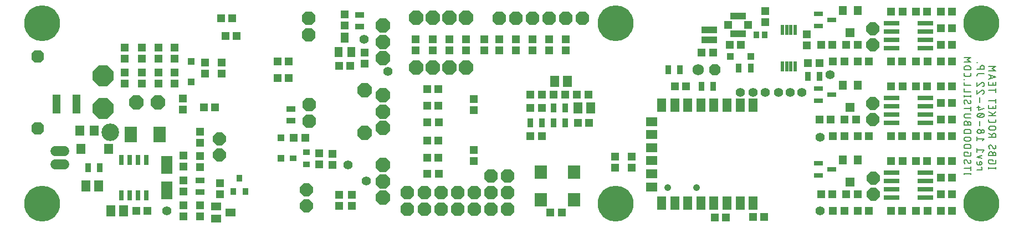
<source format=gbr>
G04 EAGLE Gerber RS-274X export*
G75*
%MOMM*%
%FSLAX34Y34*%
%LPD*%
%INSoldermask Bottom*%
%IPPOS*%
%AMOC8*
5,1,8,0,0,1.08239X$1,22.5*%
G01*
%ADD10C,0.203200*%
%ADD11C,0.177800*%
%ADD12P,2.226909X8X22.500000*%
%ADD13P,2.364373X8X112.500000*%
%ADD14P,2.364373X8X202.500000*%
%ADD15R,1.202400X1.232400*%
%ADD16R,1.452400X1.752400*%
%ADD17R,1.102400X1.052400*%
%ADD18R,1.422400X1.622400*%
%ADD19P,2.226909X8X202.500000*%
%ADD20P,2.226909X8X112.500000*%
%ADD21C,5.486400*%
%ADD22P,2.226909X8X292.500000*%
%ADD23R,0.952400X1.352400*%
%ADD24P,2.199416X8X292.500000*%
%ADD25R,1.352400X1.552400*%
%ADD26P,2.364373X8X292.500000*%
%ADD27R,1.152400X2.952400*%
%ADD28P,3.464081X8X202.500000*%
%ADD29P,3.464081X8X112.500000*%
%ADD30P,2.089446X8X112.500000*%
%ADD31C,1.549400*%
%ADD32R,1.152400X1.552400*%
%ADD33R,1.052400X0.952400*%
%ADD34R,1.152400X1.252400*%
%ADD35R,1.252400X1.152400*%
%ADD36C,2.692400*%
%ADD37C,1.422400*%
%ADD38R,1.352400X2.152400*%
%ADD39R,1.652400X1.352400*%
%ADD40C,1.052400*%
%ADD41R,1.952400X2.152400*%
%ADD42R,1.352400X0.952400*%
%ADD43P,1.896997X8X22.500000*%
%ADD44C,1.752600*%
%ADD45R,1.422400X0.787400*%
%ADD46R,1.168400X1.422400*%
%ADD47R,1.422400X1.422400*%
%ADD48R,2.352400X0.752400*%
%ADD49P,2.199416X8X112.500000*%
%ADD50R,0.710400X1.645400*%
%ADD51R,1.930400X2.362200*%
%ADD52R,1.803400X2.692400*%
%ADD53R,1.552400X1.152400*%
%ADD54R,0.952400X1.052400*%
%ADD55R,1.232400X1.202400*%
%ADD56R,0.507200X1.614400*%
%ADD57R,0.852400X1.052400*%
%ADD58R,2.352400X1.002400*%
%ADD59R,1.202400X1.152400*%
%ADD60R,1.052400X1.102400*%
%ADD61R,2.402400X1.002400*%


D10*
X1456944Y82211D02*
X1446276Y82211D01*
X1446276Y81026D02*
X1446276Y83397D01*
X1456944Y83397D02*
X1456944Y81026D01*
X1456944Y90593D02*
X1446276Y90593D01*
X1456944Y87630D02*
X1456944Y93557D01*
X1448647Y103844D02*
X1448552Y103842D01*
X1448456Y103836D01*
X1448361Y103827D01*
X1448267Y103813D01*
X1448173Y103796D01*
X1448080Y103775D01*
X1447987Y103750D01*
X1447896Y103722D01*
X1447806Y103690D01*
X1447718Y103654D01*
X1447631Y103615D01*
X1447545Y103572D01*
X1447462Y103526D01*
X1447380Y103477D01*
X1447300Y103424D01*
X1447223Y103368D01*
X1447147Y103310D01*
X1447075Y103248D01*
X1447005Y103183D01*
X1446937Y103115D01*
X1446872Y103045D01*
X1446810Y102973D01*
X1446752Y102897D01*
X1446696Y102820D01*
X1446643Y102740D01*
X1446594Y102659D01*
X1446548Y102575D01*
X1446505Y102489D01*
X1446466Y102402D01*
X1446430Y102314D01*
X1446398Y102224D01*
X1446370Y102133D01*
X1446345Y102040D01*
X1446324Y101947D01*
X1446307Y101853D01*
X1446293Y101759D01*
X1446284Y101664D01*
X1446278Y101569D01*
X1446276Y101473D01*
X1446278Y101337D01*
X1446283Y101200D01*
X1446293Y101064D01*
X1446306Y100929D01*
X1446322Y100793D01*
X1446343Y100659D01*
X1446367Y100524D01*
X1446394Y100391D01*
X1446426Y100258D01*
X1446460Y100126D01*
X1446499Y99995D01*
X1446541Y99866D01*
X1446586Y99737D01*
X1446635Y99610D01*
X1446688Y99484D01*
X1446744Y99360D01*
X1446803Y99237D01*
X1446865Y99116D01*
X1446931Y98996D01*
X1447000Y98879D01*
X1447073Y98763D01*
X1447148Y98649D01*
X1447226Y98538D01*
X1447308Y98428D01*
X1447392Y98321D01*
X1447479Y98217D01*
X1447569Y98114D01*
X1447662Y98014D01*
X1447758Y97917D01*
X1454573Y98213D02*
X1454668Y98215D01*
X1454764Y98221D01*
X1454859Y98230D01*
X1454953Y98244D01*
X1455047Y98261D01*
X1455140Y98282D01*
X1455233Y98307D01*
X1455324Y98335D01*
X1455414Y98367D01*
X1455502Y98403D01*
X1455589Y98442D01*
X1455675Y98485D01*
X1455759Y98531D01*
X1455840Y98580D01*
X1455920Y98633D01*
X1455997Y98689D01*
X1456073Y98747D01*
X1456145Y98809D01*
X1456215Y98874D01*
X1456283Y98942D01*
X1456348Y99012D01*
X1456410Y99084D01*
X1456468Y99160D01*
X1456524Y99237D01*
X1456577Y99317D01*
X1456626Y99398D01*
X1456672Y99482D01*
X1456715Y99568D01*
X1456754Y99655D01*
X1456790Y99743D01*
X1456822Y99833D01*
X1456850Y99924D01*
X1456875Y100017D01*
X1456896Y100110D01*
X1456913Y100204D01*
X1456927Y100298D01*
X1456936Y100393D01*
X1456942Y100489D01*
X1456944Y100584D01*
X1456942Y100714D01*
X1456936Y100844D01*
X1456927Y100974D01*
X1456914Y101103D01*
X1456897Y101232D01*
X1456876Y101360D01*
X1456851Y101488D01*
X1456823Y101615D01*
X1456791Y101741D01*
X1456755Y101866D01*
X1456716Y101990D01*
X1456673Y102112D01*
X1456627Y102234D01*
X1456576Y102354D01*
X1456523Y102472D01*
X1456466Y102589D01*
X1456406Y102704D01*
X1456342Y102818D01*
X1456275Y102929D01*
X1456205Y103039D01*
X1456131Y103146D01*
X1456055Y103251D01*
X1452498Y99399D02*
X1452549Y99317D01*
X1452603Y99237D01*
X1452659Y99159D01*
X1452719Y99084D01*
X1452782Y99011D01*
X1452848Y98941D01*
X1452916Y98874D01*
X1452987Y98809D01*
X1453061Y98747D01*
X1453137Y98688D01*
X1453215Y98632D01*
X1453296Y98580D01*
X1453378Y98530D01*
X1453463Y98484D01*
X1453549Y98442D01*
X1453637Y98402D01*
X1453726Y98367D01*
X1453817Y98335D01*
X1453909Y98306D01*
X1454002Y98282D01*
X1454095Y98261D01*
X1454190Y98244D01*
X1454285Y98230D01*
X1454381Y98221D01*
X1454477Y98215D01*
X1454573Y98213D01*
X1450722Y102659D02*
X1450671Y102740D01*
X1450617Y102820D01*
X1450561Y102898D01*
X1450501Y102973D01*
X1450438Y103046D01*
X1450372Y103116D01*
X1450304Y103183D01*
X1450233Y103248D01*
X1450159Y103310D01*
X1450083Y103369D01*
X1450005Y103425D01*
X1449924Y103477D01*
X1449842Y103527D01*
X1449757Y103573D01*
X1449671Y103615D01*
X1449583Y103655D01*
X1449494Y103690D01*
X1449403Y103722D01*
X1449311Y103751D01*
X1449218Y103775D01*
X1449125Y103796D01*
X1449030Y103813D01*
X1448935Y103827D01*
X1448839Y103836D01*
X1448743Y103842D01*
X1448647Y103844D01*
X1450721Y102658D02*
X1452499Y99399D01*
X1452203Y113496D02*
X1452203Y115274D01*
X1446276Y115274D01*
X1446276Y111718D01*
X1446278Y111623D01*
X1446284Y111527D01*
X1446293Y111432D01*
X1446307Y111338D01*
X1446324Y111244D01*
X1446345Y111151D01*
X1446370Y111058D01*
X1446398Y110967D01*
X1446430Y110877D01*
X1446466Y110789D01*
X1446505Y110702D01*
X1446548Y110616D01*
X1446594Y110533D01*
X1446643Y110451D01*
X1446696Y110371D01*
X1446752Y110294D01*
X1446810Y110218D01*
X1446872Y110146D01*
X1446937Y110076D01*
X1447005Y110008D01*
X1447075Y109943D01*
X1447147Y109881D01*
X1447223Y109823D01*
X1447300Y109767D01*
X1447380Y109714D01*
X1447462Y109665D01*
X1447545Y109619D01*
X1447631Y109576D01*
X1447718Y109537D01*
X1447806Y109501D01*
X1447896Y109469D01*
X1447987Y109441D01*
X1448080Y109416D01*
X1448173Y109395D01*
X1448267Y109378D01*
X1448361Y109364D01*
X1448456Y109355D01*
X1448552Y109349D01*
X1448647Y109347D01*
X1454573Y109347D01*
X1454668Y109349D01*
X1454764Y109355D01*
X1454859Y109364D01*
X1454953Y109378D01*
X1455047Y109395D01*
X1455140Y109416D01*
X1455233Y109441D01*
X1455324Y109469D01*
X1455414Y109501D01*
X1455502Y109537D01*
X1455589Y109576D01*
X1455675Y109619D01*
X1455758Y109665D01*
X1455840Y109714D01*
X1455920Y109767D01*
X1455997Y109823D01*
X1456073Y109881D01*
X1456145Y109943D01*
X1456215Y110008D01*
X1456283Y110076D01*
X1456348Y110146D01*
X1456410Y110218D01*
X1456468Y110294D01*
X1456524Y110371D01*
X1456577Y110451D01*
X1456626Y110532D01*
X1456672Y110616D01*
X1456715Y110702D01*
X1456754Y110789D01*
X1456790Y110877D01*
X1456822Y110967D01*
X1456850Y111058D01*
X1456875Y111151D01*
X1456896Y111244D01*
X1456913Y111338D01*
X1456927Y111432D01*
X1456936Y111527D01*
X1456942Y111622D01*
X1456944Y111718D01*
X1456944Y115274D01*
X1453981Y121158D02*
X1449239Y121158D01*
X1453981Y121158D02*
X1454088Y121160D01*
X1454195Y121166D01*
X1454301Y121175D01*
X1454407Y121189D01*
X1454513Y121206D01*
X1454618Y121227D01*
X1454722Y121252D01*
X1454825Y121281D01*
X1454927Y121313D01*
X1455028Y121349D01*
X1455127Y121389D01*
X1455225Y121432D01*
X1455321Y121479D01*
X1455416Y121529D01*
X1455509Y121582D01*
X1455599Y121639D01*
X1455688Y121699D01*
X1455774Y121762D01*
X1455858Y121828D01*
X1455940Y121898D01*
X1456019Y121970D01*
X1456095Y122045D01*
X1456169Y122123D01*
X1456239Y122203D01*
X1456307Y122286D01*
X1456372Y122371D01*
X1456433Y122458D01*
X1456492Y122548D01*
X1456547Y122639D01*
X1456599Y122733D01*
X1456647Y122829D01*
X1456692Y122926D01*
X1456734Y123024D01*
X1456771Y123124D01*
X1456806Y123226D01*
X1456836Y123328D01*
X1456863Y123432D01*
X1456886Y123536D01*
X1456905Y123642D01*
X1456920Y123748D01*
X1456932Y123854D01*
X1456940Y123961D01*
X1456944Y124068D01*
X1456944Y124174D01*
X1456940Y124281D01*
X1456932Y124388D01*
X1456920Y124494D01*
X1456905Y124600D01*
X1456886Y124706D01*
X1456863Y124810D01*
X1456836Y124914D01*
X1456806Y125016D01*
X1456771Y125118D01*
X1456734Y125218D01*
X1456692Y125316D01*
X1456647Y125413D01*
X1456599Y125509D01*
X1456547Y125602D01*
X1456492Y125694D01*
X1456433Y125784D01*
X1456372Y125871D01*
X1456307Y125956D01*
X1456239Y126039D01*
X1456169Y126119D01*
X1456095Y126197D01*
X1456019Y126272D01*
X1455940Y126344D01*
X1455858Y126414D01*
X1455774Y126480D01*
X1455688Y126543D01*
X1455599Y126603D01*
X1455509Y126660D01*
X1455416Y126713D01*
X1455321Y126763D01*
X1455225Y126810D01*
X1455127Y126853D01*
X1455028Y126893D01*
X1454927Y126929D01*
X1454825Y126961D01*
X1454722Y126990D01*
X1454618Y127015D01*
X1454513Y127036D01*
X1454407Y127053D01*
X1454301Y127067D01*
X1454195Y127076D01*
X1454088Y127082D01*
X1453981Y127084D01*
X1453981Y127085D02*
X1449239Y127085D01*
X1449239Y127084D02*
X1449132Y127082D01*
X1449025Y127076D01*
X1448919Y127067D01*
X1448813Y127053D01*
X1448707Y127036D01*
X1448602Y127015D01*
X1448498Y126990D01*
X1448395Y126961D01*
X1448293Y126929D01*
X1448192Y126893D01*
X1448093Y126853D01*
X1447995Y126810D01*
X1447899Y126763D01*
X1447804Y126713D01*
X1447711Y126660D01*
X1447621Y126603D01*
X1447532Y126543D01*
X1447446Y126480D01*
X1447362Y126414D01*
X1447280Y126344D01*
X1447201Y126272D01*
X1447125Y126197D01*
X1447051Y126119D01*
X1446981Y126039D01*
X1446913Y125956D01*
X1446848Y125871D01*
X1446787Y125784D01*
X1446728Y125694D01*
X1446673Y125603D01*
X1446621Y125509D01*
X1446573Y125413D01*
X1446528Y125316D01*
X1446486Y125218D01*
X1446449Y125118D01*
X1446414Y125016D01*
X1446384Y124914D01*
X1446357Y124810D01*
X1446334Y124706D01*
X1446315Y124600D01*
X1446300Y124494D01*
X1446288Y124388D01*
X1446280Y124281D01*
X1446276Y124174D01*
X1446276Y124068D01*
X1446280Y123961D01*
X1446288Y123854D01*
X1446300Y123748D01*
X1446315Y123642D01*
X1446334Y123536D01*
X1446357Y123432D01*
X1446384Y123328D01*
X1446414Y123226D01*
X1446449Y123124D01*
X1446486Y123024D01*
X1446528Y122926D01*
X1446573Y122829D01*
X1446621Y122733D01*
X1446673Y122640D01*
X1446728Y122548D01*
X1446787Y122458D01*
X1446848Y122371D01*
X1446913Y122286D01*
X1446981Y122203D01*
X1447051Y122123D01*
X1447125Y122045D01*
X1447201Y121970D01*
X1447280Y121898D01*
X1447362Y121828D01*
X1447446Y121762D01*
X1447532Y121699D01*
X1447621Y121639D01*
X1447711Y121582D01*
X1447804Y121529D01*
X1447899Y121479D01*
X1447995Y121432D01*
X1448093Y121389D01*
X1448192Y121349D01*
X1448293Y121313D01*
X1448395Y121281D01*
X1448498Y121252D01*
X1448602Y121227D01*
X1448707Y121206D01*
X1448813Y121189D01*
X1448919Y121175D01*
X1449025Y121166D01*
X1449132Y121160D01*
X1449239Y121158D01*
X1449239Y132588D02*
X1453981Y132588D01*
X1454088Y132590D01*
X1454195Y132596D01*
X1454301Y132605D01*
X1454407Y132619D01*
X1454513Y132636D01*
X1454618Y132657D01*
X1454722Y132682D01*
X1454825Y132711D01*
X1454927Y132743D01*
X1455028Y132779D01*
X1455127Y132819D01*
X1455225Y132862D01*
X1455321Y132909D01*
X1455416Y132959D01*
X1455509Y133012D01*
X1455599Y133069D01*
X1455688Y133129D01*
X1455774Y133192D01*
X1455858Y133258D01*
X1455940Y133328D01*
X1456019Y133400D01*
X1456095Y133475D01*
X1456169Y133553D01*
X1456239Y133633D01*
X1456307Y133716D01*
X1456372Y133801D01*
X1456433Y133888D01*
X1456492Y133978D01*
X1456547Y134070D01*
X1456599Y134163D01*
X1456647Y134259D01*
X1456692Y134356D01*
X1456734Y134454D01*
X1456771Y134554D01*
X1456806Y134656D01*
X1456836Y134758D01*
X1456863Y134862D01*
X1456886Y134966D01*
X1456905Y135072D01*
X1456920Y135178D01*
X1456932Y135284D01*
X1456940Y135391D01*
X1456944Y135498D01*
X1456944Y135604D01*
X1456940Y135711D01*
X1456932Y135818D01*
X1456920Y135924D01*
X1456905Y136030D01*
X1456886Y136136D01*
X1456863Y136240D01*
X1456836Y136344D01*
X1456806Y136446D01*
X1456771Y136548D01*
X1456734Y136648D01*
X1456692Y136746D01*
X1456647Y136843D01*
X1456599Y136939D01*
X1456547Y137032D01*
X1456492Y137124D01*
X1456433Y137214D01*
X1456372Y137301D01*
X1456307Y137386D01*
X1456239Y137469D01*
X1456169Y137549D01*
X1456095Y137627D01*
X1456019Y137702D01*
X1455940Y137774D01*
X1455858Y137844D01*
X1455774Y137910D01*
X1455688Y137973D01*
X1455599Y138033D01*
X1455509Y138090D01*
X1455416Y138143D01*
X1455321Y138193D01*
X1455225Y138240D01*
X1455127Y138283D01*
X1455028Y138323D01*
X1454927Y138359D01*
X1454825Y138391D01*
X1454722Y138420D01*
X1454618Y138445D01*
X1454513Y138466D01*
X1454407Y138483D01*
X1454301Y138497D01*
X1454195Y138506D01*
X1454088Y138512D01*
X1453981Y138514D01*
X1453981Y138515D02*
X1449239Y138515D01*
X1449239Y138514D02*
X1449132Y138512D01*
X1449025Y138506D01*
X1448919Y138497D01*
X1448813Y138483D01*
X1448707Y138466D01*
X1448602Y138445D01*
X1448498Y138420D01*
X1448395Y138391D01*
X1448293Y138359D01*
X1448192Y138323D01*
X1448093Y138283D01*
X1447995Y138240D01*
X1447899Y138193D01*
X1447804Y138143D01*
X1447711Y138090D01*
X1447621Y138033D01*
X1447532Y137973D01*
X1447446Y137910D01*
X1447362Y137844D01*
X1447280Y137774D01*
X1447201Y137702D01*
X1447125Y137627D01*
X1447051Y137549D01*
X1446981Y137469D01*
X1446913Y137386D01*
X1446848Y137301D01*
X1446787Y137214D01*
X1446728Y137124D01*
X1446673Y137033D01*
X1446621Y136939D01*
X1446573Y136843D01*
X1446528Y136746D01*
X1446486Y136648D01*
X1446449Y136548D01*
X1446414Y136446D01*
X1446384Y136344D01*
X1446357Y136240D01*
X1446334Y136136D01*
X1446315Y136030D01*
X1446300Y135924D01*
X1446288Y135818D01*
X1446280Y135711D01*
X1446276Y135604D01*
X1446276Y135498D01*
X1446280Y135391D01*
X1446288Y135284D01*
X1446300Y135178D01*
X1446315Y135072D01*
X1446334Y134966D01*
X1446357Y134862D01*
X1446384Y134758D01*
X1446414Y134656D01*
X1446449Y134554D01*
X1446486Y134454D01*
X1446528Y134356D01*
X1446573Y134259D01*
X1446621Y134163D01*
X1446673Y134070D01*
X1446728Y133978D01*
X1446787Y133888D01*
X1446848Y133801D01*
X1446913Y133716D01*
X1446981Y133633D01*
X1447051Y133553D01*
X1447125Y133475D01*
X1447201Y133400D01*
X1447280Y133328D01*
X1447362Y133258D01*
X1447446Y133192D01*
X1447532Y133129D01*
X1447621Y133069D01*
X1447711Y133012D01*
X1447804Y132959D01*
X1447899Y132909D01*
X1447995Y132862D01*
X1448093Y132819D01*
X1448192Y132779D01*
X1448293Y132743D01*
X1448395Y132711D01*
X1448498Y132682D01*
X1448602Y132657D01*
X1448707Y132636D01*
X1448813Y132619D01*
X1448919Y132605D01*
X1449025Y132596D01*
X1449132Y132590D01*
X1449239Y132588D01*
X1446276Y144399D02*
X1456944Y144399D01*
X1456944Y147362D01*
X1456942Y147468D01*
X1456936Y147573D01*
X1456927Y147679D01*
X1456914Y147784D01*
X1456897Y147888D01*
X1456876Y147992D01*
X1456852Y148095D01*
X1456824Y148197D01*
X1456792Y148298D01*
X1456757Y148397D01*
X1456718Y148496D01*
X1456676Y148593D01*
X1456631Y148688D01*
X1456582Y148782D01*
X1456529Y148874D01*
X1456474Y148964D01*
X1456415Y149052D01*
X1456353Y149138D01*
X1456288Y149221D01*
X1456220Y149302D01*
X1456150Y149381D01*
X1456076Y149457D01*
X1456000Y149531D01*
X1455921Y149601D01*
X1455840Y149669D01*
X1455757Y149734D01*
X1455671Y149796D01*
X1455583Y149855D01*
X1455493Y149910D01*
X1455401Y149963D01*
X1455307Y150012D01*
X1455212Y150057D01*
X1455115Y150099D01*
X1455016Y150138D01*
X1454917Y150173D01*
X1454816Y150205D01*
X1454714Y150233D01*
X1454611Y150257D01*
X1454507Y150278D01*
X1454403Y150295D01*
X1454298Y150308D01*
X1454192Y150317D01*
X1454087Y150323D01*
X1453981Y150325D01*
X1449239Y150325D01*
X1449133Y150323D01*
X1449028Y150317D01*
X1448922Y150308D01*
X1448817Y150295D01*
X1448713Y150278D01*
X1448609Y150257D01*
X1448506Y150233D01*
X1448404Y150205D01*
X1448303Y150173D01*
X1448204Y150138D01*
X1448105Y150099D01*
X1448008Y150057D01*
X1447913Y150012D01*
X1447819Y149963D01*
X1447727Y149910D01*
X1447637Y149855D01*
X1447549Y149796D01*
X1447463Y149734D01*
X1447380Y149669D01*
X1447299Y149601D01*
X1447220Y149531D01*
X1447144Y149457D01*
X1447070Y149381D01*
X1447000Y149302D01*
X1446932Y149221D01*
X1446867Y149138D01*
X1446805Y149052D01*
X1446746Y148964D01*
X1446691Y148874D01*
X1446638Y148782D01*
X1446589Y148688D01*
X1446544Y148593D01*
X1446502Y148496D01*
X1446463Y148397D01*
X1446428Y148298D01*
X1446396Y148197D01*
X1446368Y148095D01*
X1446344Y147992D01*
X1446323Y147888D01*
X1446306Y147784D01*
X1446293Y147679D01*
X1446284Y147573D01*
X1446278Y147468D01*
X1446276Y147362D01*
X1446276Y144399D01*
X1452203Y156845D02*
X1452203Y159808D01*
X1452202Y159808D02*
X1452200Y159915D01*
X1452194Y160022D01*
X1452185Y160128D01*
X1452171Y160234D01*
X1452154Y160340D01*
X1452133Y160445D01*
X1452108Y160549D01*
X1452079Y160652D01*
X1452047Y160754D01*
X1452011Y160855D01*
X1451971Y160954D01*
X1451928Y161052D01*
X1451881Y161148D01*
X1451831Y161243D01*
X1451778Y161336D01*
X1451721Y161426D01*
X1451661Y161515D01*
X1451598Y161601D01*
X1451532Y161685D01*
X1451462Y161767D01*
X1451390Y161846D01*
X1451315Y161922D01*
X1451237Y161996D01*
X1451157Y162066D01*
X1451074Y162134D01*
X1450989Y162199D01*
X1450902Y162260D01*
X1450812Y162319D01*
X1450721Y162374D01*
X1450627Y162426D01*
X1450531Y162474D01*
X1450434Y162519D01*
X1450336Y162561D01*
X1450236Y162598D01*
X1450134Y162633D01*
X1450032Y162663D01*
X1449928Y162690D01*
X1449824Y162713D01*
X1449718Y162732D01*
X1449612Y162747D01*
X1449506Y162759D01*
X1449399Y162767D01*
X1449292Y162771D01*
X1449186Y162771D01*
X1449079Y162767D01*
X1448972Y162759D01*
X1448866Y162747D01*
X1448760Y162732D01*
X1448654Y162713D01*
X1448550Y162690D01*
X1448446Y162663D01*
X1448344Y162633D01*
X1448242Y162598D01*
X1448142Y162561D01*
X1448044Y162519D01*
X1447947Y162474D01*
X1447851Y162426D01*
X1447758Y162374D01*
X1447666Y162319D01*
X1447576Y162260D01*
X1447489Y162199D01*
X1447404Y162134D01*
X1447321Y162066D01*
X1447241Y161996D01*
X1447163Y161922D01*
X1447088Y161846D01*
X1447016Y161767D01*
X1446946Y161685D01*
X1446880Y161601D01*
X1446817Y161515D01*
X1446757Y161426D01*
X1446700Y161336D01*
X1446647Y161243D01*
X1446597Y161148D01*
X1446550Y161052D01*
X1446507Y160954D01*
X1446467Y160855D01*
X1446431Y160754D01*
X1446399Y160652D01*
X1446370Y160549D01*
X1446345Y160445D01*
X1446324Y160340D01*
X1446307Y160234D01*
X1446293Y160128D01*
X1446284Y160022D01*
X1446278Y159915D01*
X1446276Y159808D01*
X1446276Y156845D01*
X1456944Y156845D01*
X1456944Y159808D01*
X1456942Y159905D01*
X1456936Y160001D01*
X1456926Y160097D01*
X1456912Y160193D01*
X1456895Y160288D01*
X1456873Y160383D01*
X1456848Y160476D01*
X1456819Y160568D01*
X1456786Y160659D01*
X1456749Y160749D01*
X1456709Y160837D01*
X1456665Y160923D01*
X1456618Y161007D01*
X1456568Y161090D01*
X1456514Y161170D01*
X1456456Y161248D01*
X1456396Y161324D01*
X1456333Y161397D01*
X1456267Y161467D01*
X1456197Y161535D01*
X1456126Y161600D01*
X1456051Y161662D01*
X1455974Y161720D01*
X1455895Y161776D01*
X1455814Y161828D01*
X1455730Y161877D01*
X1455645Y161923D01*
X1455558Y161965D01*
X1455469Y162003D01*
X1455379Y162038D01*
X1455287Y162069D01*
X1455194Y162096D01*
X1455101Y162120D01*
X1455006Y162139D01*
X1454910Y162155D01*
X1454814Y162167D01*
X1454718Y162175D01*
X1454621Y162179D01*
X1454525Y162179D01*
X1454428Y162175D01*
X1454332Y162167D01*
X1454236Y162155D01*
X1454140Y162139D01*
X1454045Y162120D01*
X1453952Y162096D01*
X1453859Y162069D01*
X1453767Y162038D01*
X1453677Y162003D01*
X1453588Y161965D01*
X1453501Y161923D01*
X1453416Y161877D01*
X1453332Y161828D01*
X1453251Y161776D01*
X1453172Y161720D01*
X1453095Y161662D01*
X1453020Y161600D01*
X1452949Y161535D01*
X1452879Y161467D01*
X1452813Y161397D01*
X1452750Y161324D01*
X1452690Y161248D01*
X1452632Y161170D01*
X1452578Y161090D01*
X1452528Y161007D01*
X1452481Y160923D01*
X1452437Y160837D01*
X1452397Y160749D01*
X1452360Y160659D01*
X1452327Y160568D01*
X1452298Y160476D01*
X1452273Y160383D01*
X1452251Y160288D01*
X1452234Y160193D01*
X1452220Y160097D01*
X1452210Y160001D01*
X1452204Y159905D01*
X1452202Y159808D01*
X1449239Y168021D02*
X1456944Y168021D01*
X1449239Y168021D02*
X1449132Y168023D01*
X1449025Y168029D01*
X1448919Y168038D01*
X1448813Y168052D01*
X1448707Y168069D01*
X1448602Y168090D01*
X1448498Y168115D01*
X1448395Y168144D01*
X1448293Y168176D01*
X1448192Y168212D01*
X1448093Y168252D01*
X1447995Y168295D01*
X1447899Y168342D01*
X1447804Y168392D01*
X1447711Y168445D01*
X1447621Y168502D01*
X1447532Y168562D01*
X1447446Y168625D01*
X1447362Y168691D01*
X1447280Y168761D01*
X1447201Y168833D01*
X1447125Y168908D01*
X1447051Y168986D01*
X1446981Y169066D01*
X1446913Y169149D01*
X1446848Y169234D01*
X1446787Y169321D01*
X1446728Y169411D01*
X1446673Y169503D01*
X1446621Y169596D01*
X1446573Y169692D01*
X1446528Y169789D01*
X1446486Y169887D01*
X1446449Y169987D01*
X1446414Y170089D01*
X1446384Y170191D01*
X1446357Y170295D01*
X1446334Y170399D01*
X1446315Y170505D01*
X1446300Y170611D01*
X1446288Y170717D01*
X1446280Y170824D01*
X1446276Y170931D01*
X1446276Y171037D01*
X1446280Y171144D01*
X1446288Y171251D01*
X1446300Y171357D01*
X1446315Y171463D01*
X1446334Y171569D01*
X1446357Y171673D01*
X1446384Y171777D01*
X1446414Y171879D01*
X1446449Y171981D01*
X1446486Y172081D01*
X1446528Y172179D01*
X1446573Y172276D01*
X1446621Y172372D01*
X1446673Y172466D01*
X1446728Y172557D01*
X1446787Y172647D01*
X1446848Y172734D01*
X1446913Y172819D01*
X1446981Y172902D01*
X1447051Y172982D01*
X1447125Y173060D01*
X1447201Y173135D01*
X1447280Y173207D01*
X1447362Y173277D01*
X1447446Y173343D01*
X1447532Y173406D01*
X1447621Y173466D01*
X1447711Y173523D01*
X1447804Y173576D01*
X1447899Y173626D01*
X1447995Y173673D01*
X1448093Y173716D01*
X1448192Y173756D01*
X1448293Y173792D01*
X1448395Y173824D01*
X1448498Y173853D01*
X1448602Y173878D01*
X1448707Y173899D01*
X1448813Y173916D01*
X1448919Y173930D01*
X1449025Y173939D01*
X1449132Y173945D01*
X1449239Y173947D01*
X1456944Y173947D01*
X1456944Y182033D02*
X1446276Y182033D01*
X1456944Y179070D02*
X1456944Y184996D01*
X1448647Y195284D02*
X1448552Y195282D01*
X1448456Y195276D01*
X1448361Y195267D01*
X1448267Y195253D01*
X1448173Y195236D01*
X1448080Y195215D01*
X1447987Y195190D01*
X1447896Y195162D01*
X1447806Y195130D01*
X1447718Y195094D01*
X1447631Y195055D01*
X1447545Y195012D01*
X1447462Y194966D01*
X1447380Y194917D01*
X1447300Y194864D01*
X1447223Y194808D01*
X1447147Y194750D01*
X1447075Y194688D01*
X1447005Y194623D01*
X1446937Y194555D01*
X1446872Y194485D01*
X1446810Y194413D01*
X1446752Y194337D01*
X1446696Y194260D01*
X1446643Y194180D01*
X1446594Y194099D01*
X1446548Y194015D01*
X1446505Y193929D01*
X1446466Y193842D01*
X1446430Y193754D01*
X1446398Y193664D01*
X1446370Y193573D01*
X1446345Y193480D01*
X1446324Y193387D01*
X1446307Y193293D01*
X1446293Y193199D01*
X1446284Y193104D01*
X1446278Y193009D01*
X1446276Y192913D01*
X1446278Y192777D01*
X1446283Y192640D01*
X1446293Y192504D01*
X1446306Y192369D01*
X1446322Y192233D01*
X1446343Y192099D01*
X1446367Y191964D01*
X1446394Y191831D01*
X1446426Y191698D01*
X1446460Y191566D01*
X1446499Y191435D01*
X1446541Y191306D01*
X1446586Y191177D01*
X1446635Y191050D01*
X1446688Y190924D01*
X1446744Y190800D01*
X1446803Y190677D01*
X1446865Y190556D01*
X1446931Y190436D01*
X1447000Y190319D01*
X1447073Y190203D01*
X1447148Y190089D01*
X1447226Y189978D01*
X1447308Y189868D01*
X1447392Y189761D01*
X1447479Y189657D01*
X1447569Y189554D01*
X1447662Y189454D01*
X1447758Y189357D01*
X1454573Y189653D02*
X1454668Y189655D01*
X1454764Y189661D01*
X1454859Y189670D01*
X1454953Y189684D01*
X1455047Y189701D01*
X1455140Y189722D01*
X1455233Y189747D01*
X1455324Y189775D01*
X1455414Y189807D01*
X1455502Y189843D01*
X1455589Y189882D01*
X1455675Y189925D01*
X1455759Y189971D01*
X1455840Y190020D01*
X1455920Y190073D01*
X1455997Y190129D01*
X1456073Y190187D01*
X1456145Y190249D01*
X1456215Y190314D01*
X1456283Y190382D01*
X1456348Y190452D01*
X1456410Y190524D01*
X1456468Y190600D01*
X1456524Y190677D01*
X1456577Y190757D01*
X1456626Y190839D01*
X1456672Y190922D01*
X1456715Y191008D01*
X1456754Y191095D01*
X1456790Y191183D01*
X1456822Y191273D01*
X1456850Y191364D01*
X1456875Y191457D01*
X1456896Y191550D01*
X1456913Y191644D01*
X1456927Y191738D01*
X1456936Y191833D01*
X1456942Y191929D01*
X1456944Y192024D01*
X1456942Y192154D01*
X1456936Y192284D01*
X1456927Y192414D01*
X1456914Y192543D01*
X1456897Y192672D01*
X1456876Y192800D01*
X1456851Y192928D01*
X1456823Y193055D01*
X1456791Y193181D01*
X1456755Y193306D01*
X1456716Y193430D01*
X1456673Y193552D01*
X1456627Y193674D01*
X1456576Y193794D01*
X1456523Y193912D01*
X1456466Y194029D01*
X1456406Y194144D01*
X1456342Y194258D01*
X1456275Y194369D01*
X1456205Y194479D01*
X1456131Y194586D01*
X1456055Y194691D01*
X1452498Y190839D02*
X1452549Y190757D01*
X1452603Y190677D01*
X1452659Y190599D01*
X1452719Y190524D01*
X1452782Y190451D01*
X1452848Y190381D01*
X1452916Y190314D01*
X1452987Y190249D01*
X1453061Y190187D01*
X1453137Y190128D01*
X1453215Y190072D01*
X1453296Y190020D01*
X1453378Y189970D01*
X1453463Y189924D01*
X1453549Y189882D01*
X1453637Y189842D01*
X1453726Y189807D01*
X1453817Y189775D01*
X1453909Y189746D01*
X1454002Y189722D01*
X1454095Y189701D01*
X1454190Y189684D01*
X1454285Y189670D01*
X1454381Y189661D01*
X1454477Y189655D01*
X1454573Y189653D01*
X1450722Y194099D02*
X1450671Y194180D01*
X1450617Y194260D01*
X1450561Y194338D01*
X1450501Y194413D01*
X1450438Y194486D01*
X1450372Y194556D01*
X1450304Y194623D01*
X1450233Y194688D01*
X1450159Y194750D01*
X1450083Y194809D01*
X1450005Y194865D01*
X1449924Y194917D01*
X1449842Y194967D01*
X1449757Y195013D01*
X1449671Y195055D01*
X1449583Y195095D01*
X1449494Y195130D01*
X1449403Y195162D01*
X1449311Y195191D01*
X1449218Y195215D01*
X1449125Y195236D01*
X1449030Y195253D01*
X1448935Y195267D01*
X1448839Y195276D01*
X1448743Y195282D01*
X1448647Y195284D01*
X1450721Y194098D02*
X1452499Y190838D01*
X1456944Y201083D02*
X1446276Y201083D01*
X1446276Y199898D02*
X1446276Y202268D01*
X1456944Y202268D02*
X1456944Y199898D01*
X1456944Y207679D02*
X1446276Y207679D01*
X1446276Y212420D01*
X1446276Y217584D02*
X1456944Y217584D01*
X1446276Y217584D02*
X1446276Y222326D01*
X1446276Y226314D02*
X1446869Y226314D01*
X1446869Y226906D01*
X1446276Y226906D01*
X1446276Y226314D01*
X1446276Y233968D02*
X1446276Y236339D01*
X1446276Y233968D02*
X1446278Y233873D01*
X1446284Y233777D01*
X1446293Y233682D01*
X1446307Y233588D01*
X1446324Y233494D01*
X1446345Y233401D01*
X1446370Y233308D01*
X1446398Y233217D01*
X1446430Y233127D01*
X1446466Y233039D01*
X1446505Y232952D01*
X1446548Y232866D01*
X1446594Y232783D01*
X1446643Y232701D01*
X1446696Y232621D01*
X1446752Y232544D01*
X1446810Y232468D01*
X1446872Y232396D01*
X1446937Y232326D01*
X1447005Y232258D01*
X1447075Y232193D01*
X1447147Y232131D01*
X1447223Y232073D01*
X1447300Y232017D01*
X1447380Y231964D01*
X1447462Y231915D01*
X1447545Y231869D01*
X1447631Y231826D01*
X1447718Y231787D01*
X1447806Y231751D01*
X1447896Y231719D01*
X1447987Y231691D01*
X1448080Y231666D01*
X1448173Y231645D01*
X1448267Y231628D01*
X1448361Y231614D01*
X1448456Y231605D01*
X1448552Y231599D01*
X1448647Y231597D01*
X1448647Y231598D02*
X1454573Y231598D01*
X1454573Y231597D02*
X1454668Y231599D01*
X1454764Y231605D01*
X1454859Y231614D01*
X1454953Y231628D01*
X1455047Y231645D01*
X1455140Y231666D01*
X1455233Y231691D01*
X1455324Y231719D01*
X1455414Y231751D01*
X1455502Y231787D01*
X1455589Y231826D01*
X1455675Y231869D01*
X1455758Y231915D01*
X1455840Y231964D01*
X1455920Y232017D01*
X1455997Y232073D01*
X1456073Y232131D01*
X1456145Y232193D01*
X1456215Y232258D01*
X1456283Y232326D01*
X1456348Y232396D01*
X1456410Y232468D01*
X1456468Y232544D01*
X1456524Y232621D01*
X1456577Y232701D01*
X1456626Y232782D01*
X1456672Y232866D01*
X1456715Y232952D01*
X1456754Y233039D01*
X1456790Y233127D01*
X1456822Y233217D01*
X1456850Y233308D01*
X1456875Y233401D01*
X1456896Y233494D01*
X1456913Y233588D01*
X1456927Y233682D01*
X1456936Y233777D01*
X1456942Y233872D01*
X1456944Y233968D01*
X1456944Y236339D01*
X1453981Y241173D02*
X1449239Y241173D01*
X1453981Y241173D02*
X1454088Y241175D01*
X1454195Y241181D01*
X1454301Y241190D01*
X1454407Y241204D01*
X1454513Y241221D01*
X1454618Y241242D01*
X1454722Y241267D01*
X1454825Y241296D01*
X1454927Y241328D01*
X1455028Y241364D01*
X1455127Y241404D01*
X1455225Y241447D01*
X1455321Y241494D01*
X1455416Y241544D01*
X1455509Y241597D01*
X1455599Y241654D01*
X1455688Y241714D01*
X1455774Y241777D01*
X1455858Y241843D01*
X1455940Y241913D01*
X1456019Y241985D01*
X1456095Y242060D01*
X1456169Y242138D01*
X1456239Y242218D01*
X1456307Y242301D01*
X1456372Y242386D01*
X1456433Y242473D01*
X1456492Y242563D01*
X1456547Y242655D01*
X1456599Y242748D01*
X1456647Y242844D01*
X1456692Y242941D01*
X1456734Y243039D01*
X1456771Y243139D01*
X1456806Y243241D01*
X1456836Y243343D01*
X1456863Y243447D01*
X1456886Y243551D01*
X1456905Y243657D01*
X1456920Y243763D01*
X1456932Y243869D01*
X1456940Y243976D01*
X1456944Y244083D01*
X1456944Y244189D01*
X1456940Y244296D01*
X1456932Y244403D01*
X1456920Y244509D01*
X1456905Y244615D01*
X1456886Y244721D01*
X1456863Y244825D01*
X1456836Y244929D01*
X1456806Y245031D01*
X1456771Y245133D01*
X1456734Y245233D01*
X1456692Y245331D01*
X1456647Y245428D01*
X1456599Y245524D01*
X1456547Y245617D01*
X1456492Y245709D01*
X1456433Y245799D01*
X1456372Y245886D01*
X1456307Y245971D01*
X1456239Y246054D01*
X1456169Y246134D01*
X1456095Y246212D01*
X1456019Y246287D01*
X1455940Y246359D01*
X1455858Y246429D01*
X1455774Y246495D01*
X1455688Y246558D01*
X1455599Y246618D01*
X1455509Y246675D01*
X1455416Y246728D01*
X1455321Y246778D01*
X1455225Y246825D01*
X1455127Y246868D01*
X1455028Y246908D01*
X1454927Y246944D01*
X1454825Y246976D01*
X1454722Y247005D01*
X1454618Y247030D01*
X1454513Y247051D01*
X1454407Y247068D01*
X1454301Y247082D01*
X1454195Y247091D01*
X1454088Y247097D01*
X1453981Y247099D01*
X1449239Y247099D01*
X1449132Y247097D01*
X1449025Y247091D01*
X1448919Y247082D01*
X1448813Y247068D01*
X1448707Y247051D01*
X1448602Y247030D01*
X1448498Y247005D01*
X1448395Y246976D01*
X1448293Y246944D01*
X1448192Y246908D01*
X1448093Y246868D01*
X1447995Y246825D01*
X1447899Y246778D01*
X1447804Y246728D01*
X1447711Y246675D01*
X1447621Y246618D01*
X1447532Y246558D01*
X1447446Y246495D01*
X1447362Y246429D01*
X1447280Y246359D01*
X1447201Y246287D01*
X1447125Y246212D01*
X1447051Y246134D01*
X1446981Y246054D01*
X1446913Y245971D01*
X1446848Y245886D01*
X1446787Y245799D01*
X1446728Y245709D01*
X1446673Y245618D01*
X1446621Y245524D01*
X1446573Y245428D01*
X1446528Y245331D01*
X1446486Y245233D01*
X1446449Y245133D01*
X1446414Y245031D01*
X1446384Y244929D01*
X1446357Y244825D01*
X1446334Y244721D01*
X1446315Y244615D01*
X1446300Y244509D01*
X1446288Y244403D01*
X1446280Y244296D01*
X1446276Y244189D01*
X1446276Y244083D01*
X1446280Y243976D01*
X1446288Y243869D01*
X1446300Y243763D01*
X1446315Y243657D01*
X1446334Y243551D01*
X1446357Y243447D01*
X1446384Y243343D01*
X1446414Y243241D01*
X1446449Y243139D01*
X1446486Y243039D01*
X1446528Y242941D01*
X1446573Y242844D01*
X1446621Y242748D01*
X1446673Y242655D01*
X1446728Y242563D01*
X1446787Y242473D01*
X1446848Y242386D01*
X1446913Y242301D01*
X1446981Y242218D01*
X1447051Y242138D01*
X1447125Y242060D01*
X1447201Y241985D01*
X1447280Y241913D01*
X1447362Y241843D01*
X1447446Y241777D01*
X1447532Y241714D01*
X1447621Y241654D01*
X1447711Y241597D01*
X1447804Y241544D01*
X1447899Y241494D01*
X1447995Y241447D01*
X1448093Y241404D01*
X1448192Y241364D01*
X1448293Y241328D01*
X1448395Y241296D01*
X1448498Y241267D01*
X1448602Y241242D01*
X1448707Y241221D01*
X1448813Y241204D01*
X1448919Y241190D01*
X1449025Y241181D01*
X1449132Y241175D01*
X1449239Y241173D01*
X1446276Y253153D02*
X1456944Y253153D01*
X1451017Y256709D01*
X1456944Y260265D01*
X1446276Y260265D01*
D11*
X1466469Y88519D02*
X1473750Y88519D01*
X1473750Y92160D01*
X1472537Y92160D01*
X1466469Y97868D02*
X1466469Y100902D01*
X1466469Y97868D02*
X1466471Y97784D01*
X1466477Y97700D01*
X1466486Y97617D01*
X1466500Y97534D01*
X1466517Y97451D01*
X1466538Y97370D01*
X1466563Y97290D01*
X1466592Y97211D01*
X1466624Y97133D01*
X1466660Y97057D01*
X1466699Y96982D01*
X1466742Y96910D01*
X1466788Y96839D01*
X1466837Y96771D01*
X1466889Y96705D01*
X1466944Y96642D01*
X1467002Y96581D01*
X1467063Y96523D01*
X1467126Y96468D01*
X1467192Y96416D01*
X1467260Y96367D01*
X1467331Y96321D01*
X1467403Y96278D01*
X1467478Y96239D01*
X1467554Y96203D01*
X1467632Y96171D01*
X1467711Y96142D01*
X1467791Y96117D01*
X1467872Y96096D01*
X1467955Y96079D01*
X1468038Y96065D01*
X1468121Y96056D01*
X1468205Y96050D01*
X1468289Y96048D01*
X1471323Y96048D01*
X1471421Y96050D01*
X1471518Y96056D01*
X1471616Y96066D01*
X1471712Y96079D01*
X1471808Y96097D01*
X1471904Y96119D01*
X1471998Y96144D01*
X1472092Y96173D01*
X1472184Y96206D01*
X1472274Y96242D01*
X1472363Y96282D01*
X1472451Y96326D01*
X1472537Y96373D01*
X1472620Y96424D01*
X1472702Y96478D01*
X1472781Y96535D01*
X1472858Y96595D01*
X1472932Y96658D01*
X1473004Y96725D01*
X1473073Y96794D01*
X1473140Y96866D01*
X1473203Y96940D01*
X1473263Y97017D01*
X1473320Y97096D01*
X1473374Y97178D01*
X1473425Y97261D01*
X1473472Y97347D01*
X1473516Y97435D01*
X1473556Y97524D01*
X1473592Y97614D01*
X1473625Y97706D01*
X1473654Y97800D01*
X1473679Y97894D01*
X1473701Y97990D01*
X1473719Y98086D01*
X1473732Y98182D01*
X1473742Y98280D01*
X1473748Y98377D01*
X1473750Y98475D01*
X1473748Y98573D01*
X1473742Y98670D01*
X1473732Y98768D01*
X1473719Y98864D01*
X1473701Y98960D01*
X1473679Y99056D01*
X1473654Y99150D01*
X1473625Y99244D01*
X1473592Y99336D01*
X1473556Y99426D01*
X1473516Y99515D01*
X1473472Y99603D01*
X1473425Y99688D01*
X1473374Y99772D01*
X1473320Y99854D01*
X1473263Y99933D01*
X1473203Y100010D01*
X1473140Y100084D01*
X1473073Y100156D01*
X1473004Y100225D01*
X1472932Y100292D01*
X1472858Y100355D01*
X1472781Y100415D01*
X1472702Y100472D01*
X1472620Y100526D01*
X1472537Y100577D01*
X1472451Y100624D01*
X1472363Y100668D01*
X1472274Y100708D01*
X1472184Y100744D01*
X1472092Y100777D01*
X1471998Y100806D01*
X1471904Y100831D01*
X1471808Y100853D01*
X1471712Y100871D01*
X1471616Y100884D01*
X1471518Y100894D01*
X1471421Y100900D01*
X1471323Y100902D01*
X1470110Y100902D01*
X1470110Y96048D01*
X1473750Y105573D02*
X1466469Y108000D01*
X1473750Y110427D01*
X1474964Y115253D02*
X1477391Y118287D01*
X1466469Y118287D01*
X1466469Y115253D02*
X1466469Y121321D01*
X1474964Y132779D02*
X1477391Y135813D01*
X1466469Y135813D01*
X1466469Y132779D02*
X1466469Y138847D01*
X1469503Y144209D02*
X1469611Y144211D01*
X1469719Y144217D01*
X1469827Y144226D01*
X1469935Y144240D01*
X1470042Y144257D01*
X1470148Y144278D01*
X1470253Y144303D01*
X1470358Y144332D01*
X1470461Y144364D01*
X1470563Y144400D01*
X1470664Y144440D01*
X1470763Y144483D01*
X1470861Y144530D01*
X1470957Y144580D01*
X1471051Y144634D01*
X1471143Y144691D01*
X1471233Y144751D01*
X1471321Y144814D01*
X1471407Y144881D01*
X1471490Y144950D01*
X1471570Y145022D01*
X1471648Y145098D01*
X1471724Y145176D01*
X1471796Y145256D01*
X1471865Y145339D01*
X1471932Y145425D01*
X1471995Y145513D01*
X1472055Y145603D01*
X1472112Y145695D01*
X1472166Y145789D01*
X1472216Y145885D01*
X1472263Y145983D01*
X1472306Y146082D01*
X1472346Y146183D01*
X1472382Y146285D01*
X1472414Y146388D01*
X1472443Y146493D01*
X1472468Y146598D01*
X1472489Y146704D01*
X1472506Y146811D01*
X1472520Y146919D01*
X1472529Y147027D01*
X1472535Y147135D01*
X1472537Y147243D01*
X1472535Y147351D01*
X1472529Y147459D01*
X1472520Y147567D01*
X1472506Y147675D01*
X1472489Y147782D01*
X1472468Y147888D01*
X1472443Y147993D01*
X1472414Y148098D01*
X1472382Y148201D01*
X1472346Y148303D01*
X1472306Y148404D01*
X1472263Y148503D01*
X1472216Y148601D01*
X1472166Y148697D01*
X1472112Y148791D01*
X1472055Y148883D01*
X1471995Y148973D01*
X1471932Y149061D01*
X1471865Y149147D01*
X1471796Y149230D01*
X1471724Y149310D01*
X1471648Y149388D01*
X1471570Y149464D01*
X1471490Y149536D01*
X1471407Y149605D01*
X1471321Y149672D01*
X1471233Y149735D01*
X1471143Y149795D01*
X1471051Y149852D01*
X1470957Y149906D01*
X1470861Y149956D01*
X1470763Y150003D01*
X1470664Y150046D01*
X1470563Y150086D01*
X1470461Y150122D01*
X1470358Y150154D01*
X1470253Y150183D01*
X1470148Y150208D01*
X1470042Y150229D01*
X1469935Y150246D01*
X1469827Y150260D01*
X1469719Y150269D01*
X1469611Y150275D01*
X1469503Y150277D01*
X1469395Y150275D01*
X1469287Y150269D01*
X1469179Y150260D01*
X1469071Y150246D01*
X1468964Y150229D01*
X1468858Y150208D01*
X1468753Y150183D01*
X1468648Y150154D01*
X1468545Y150122D01*
X1468443Y150086D01*
X1468342Y150046D01*
X1468243Y150003D01*
X1468145Y149956D01*
X1468049Y149906D01*
X1467955Y149852D01*
X1467863Y149795D01*
X1467773Y149735D01*
X1467685Y149672D01*
X1467599Y149605D01*
X1467516Y149536D01*
X1467436Y149464D01*
X1467358Y149388D01*
X1467282Y149310D01*
X1467210Y149230D01*
X1467141Y149147D01*
X1467074Y149061D01*
X1467011Y148973D01*
X1466951Y148883D01*
X1466894Y148791D01*
X1466840Y148697D01*
X1466790Y148601D01*
X1466743Y148503D01*
X1466700Y148404D01*
X1466660Y148303D01*
X1466624Y148201D01*
X1466592Y148098D01*
X1466563Y147993D01*
X1466538Y147888D01*
X1466517Y147782D01*
X1466500Y147675D01*
X1466486Y147567D01*
X1466477Y147459D01*
X1466471Y147351D01*
X1466469Y147243D01*
X1466471Y147135D01*
X1466477Y147027D01*
X1466486Y146919D01*
X1466500Y146811D01*
X1466517Y146704D01*
X1466538Y146598D01*
X1466563Y146493D01*
X1466592Y146388D01*
X1466624Y146285D01*
X1466660Y146183D01*
X1466700Y146082D01*
X1466743Y145983D01*
X1466790Y145885D01*
X1466840Y145789D01*
X1466894Y145695D01*
X1466951Y145603D01*
X1467011Y145513D01*
X1467074Y145425D01*
X1467141Y145339D01*
X1467210Y145256D01*
X1467282Y145176D01*
X1467358Y145098D01*
X1467436Y145022D01*
X1467516Y144950D01*
X1467599Y144881D01*
X1467685Y144814D01*
X1467773Y144751D01*
X1467863Y144691D01*
X1467955Y144634D01*
X1468049Y144580D01*
X1468145Y144530D01*
X1468243Y144483D01*
X1468342Y144440D01*
X1468443Y144400D01*
X1468545Y144364D01*
X1468648Y144332D01*
X1468753Y144303D01*
X1468858Y144278D01*
X1468964Y144257D01*
X1469071Y144240D01*
X1469179Y144226D01*
X1469287Y144217D01*
X1469395Y144211D01*
X1469503Y144209D01*
X1474964Y144816D02*
X1475062Y144818D01*
X1475159Y144824D01*
X1475257Y144834D01*
X1475353Y144847D01*
X1475449Y144865D01*
X1475545Y144887D01*
X1475639Y144912D01*
X1475733Y144941D01*
X1475825Y144974D01*
X1475915Y145010D01*
X1476004Y145050D01*
X1476092Y145094D01*
X1476178Y145141D01*
X1476261Y145192D01*
X1476343Y145246D01*
X1476422Y145303D01*
X1476499Y145363D01*
X1476573Y145426D01*
X1476645Y145493D01*
X1476714Y145562D01*
X1476781Y145634D01*
X1476844Y145708D01*
X1476904Y145785D01*
X1476961Y145864D01*
X1477015Y145946D01*
X1477066Y146030D01*
X1477113Y146115D01*
X1477157Y146203D01*
X1477197Y146292D01*
X1477233Y146382D01*
X1477266Y146474D01*
X1477295Y146568D01*
X1477320Y146662D01*
X1477342Y146758D01*
X1477360Y146854D01*
X1477373Y146950D01*
X1477383Y147048D01*
X1477389Y147145D01*
X1477391Y147243D01*
X1477389Y147341D01*
X1477383Y147438D01*
X1477373Y147536D01*
X1477360Y147632D01*
X1477342Y147728D01*
X1477320Y147824D01*
X1477295Y147918D01*
X1477266Y148012D01*
X1477233Y148104D01*
X1477197Y148194D01*
X1477157Y148283D01*
X1477113Y148371D01*
X1477066Y148456D01*
X1477015Y148540D01*
X1476961Y148622D01*
X1476904Y148701D01*
X1476844Y148778D01*
X1476781Y148852D01*
X1476714Y148924D01*
X1476645Y148993D01*
X1476573Y149060D01*
X1476499Y149123D01*
X1476422Y149183D01*
X1476343Y149240D01*
X1476261Y149294D01*
X1476178Y149345D01*
X1476092Y149392D01*
X1476004Y149436D01*
X1475915Y149476D01*
X1475825Y149512D01*
X1475733Y149545D01*
X1475639Y149574D01*
X1475545Y149599D01*
X1475449Y149621D01*
X1475353Y149639D01*
X1475257Y149652D01*
X1475159Y149662D01*
X1475062Y149668D01*
X1474964Y149670D01*
X1474866Y149668D01*
X1474769Y149662D01*
X1474671Y149652D01*
X1474575Y149639D01*
X1474479Y149621D01*
X1474383Y149599D01*
X1474289Y149574D01*
X1474195Y149545D01*
X1474103Y149512D01*
X1474013Y149476D01*
X1473924Y149436D01*
X1473836Y149392D01*
X1473751Y149345D01*
X1473667Y149294D01*
X1473585Y149240D01*
X1473506Y149183D01*
X1473429Y149123D01*
X1473355Y149060D01*
X1473283Y148993D01*
X1473214Y148924D01*
X1473147Y148852D01*
X1473084Y148778D01*
X1473024Y148701D01*
X1472967Y148622D01*
X1472913Y148540D01*
X1472862Y148457D01*
X1472815Y148371D01*
X1472771Y148283D01*
X1472731Y148194D01*
X1472695Y148104D01*
X1472662Y148012D01*
X1472633Y147918D01*
X1472608Y147824D01*
X1472586Y147728D01*
X1472568Y147632D01*
X1472555Y147536D01*
X1472545Y147438D01*
X1472539Y147341D01*
X1472537Y147243D01*
X1472539Y147145D01*
X1472545Y147048D01*
X1472555Y146950D01*
X1472568Y146854D01*
X1472586Y146758D01*
X1472608Y146662D01*
X1472633Y146568D01*
X1472662Y146474D01*
X1472695Y146382D01*
X1472731Y146292D01*
X1472771Y146203D01*
X1472815Y146115D01*
X1472862Y146030D01*
X1472913Y145946D01*
X1472967Y145864D01*
X1473024Y145785D01*
X1473084Y145708D01*
X1473147Y145634D01*
X1473214Y145562D01*
X1473283Y145493D01*
X1473355Y145426D01*
X1473429Y145363D01*
X1473506Y145303D01*
X1473585Y145246D01*
X1473667Y145192D01*
X1473751Y145141D01*
X1473836Y145094D01*
X1473924Y145050D01*
X1474013Y145010D01*
X1474103Y144974D01*
X1474195Y144941D01*
X1474289Y144912D01*
X1474383Y144887D01*
X1474479Y144865D01*
X1474575Y144847D01*
X1474671Y144834D01*
X1474769Y144824D01*
X1474866Y144818D01*
X1474964Y144816D01*
X1470716Y155794D02*
X1470716Y163075D01*
X1471930Y168593D02*
X1472145Y168596D01*
X1472360Y168603D01*
X1472574Y168616D01*
X1472788Y168634D01*
X1473002Y168657D01*
X1473215Y168685D01*
X1473427Y168718D01*
X1473638Y168757D01*
X1473849Y168800D01*
X1474058Y168848D01*
X1474266Y168902D01*
X1474473Y168960D01*
X1474679Y169023D01*
X1474882Y169091D01*
X1475085Y169164D01*
X1475285Y169242D01*
X1475483Y169324D01*
X1475680Y169411D01*
X1475874Y169503D01*
X1475961Y169535D01*
X1476047Y169571D01*
X1476131Y169610D01*
X1476214Y169652D01*
X1476295Y169698D01*
X1476373Y169747D01*
X1476450Y169800D01*
X1476524Y169855D01*
X1476596Y169913D01*
X1476666Y169975D01*
X1476733Y170039D01*
X1476797Y170106D01*
X1476859Y170176D01*
X1476917Y170248D01*
X1476973Y170322D01*
X1477025Y170399D01*
X1477074Y170477D01*
X1477120Y170558D01*
X1477163Y170641D01*
X1477202Y170725D01*
X1477237Y170811D01*
X1477269Y170898D01*
X1477298Y170986D01*
X1477322Y171076D01*
X1477343Y171166D01*
X1477360Y171257D01*
X1477374Y171349D01*
X1477383Y171442D01*
X1477389Y171534D01*
X1477391Y171627D01*
X1477389Y171720D01*
X1477383Y171812D01*
X1477374Y171905D01*
X1477360Y171997D01*
X1477343Y172088D01*
X1477322Y172178D01*
X1477298Y172268D01*
X1477269Y172356D01*
X1477237Y172443D01*
X1477202Y172529D01*
X1477163Y172613D01*
X1477120Y172696D01*
X1477074Y172777D01*
X1477025Y172855D01*
X1476973Y172932D01*
X1476917Y173006D01*
X1476859Y173078D01*
X1476797Y173148D01*
X1476733Y173215D01*
X1476666Y173279D01*
X1476596Y173341D01*
X1476524Y173399D01*
X1476450Y173455D01*
X1476373Y173507D01*
X1476295Y173556D01*
X1476214Y173602D01*
X1476131Y173644D01*
X1476047Y173683D01*
X1475961Y173719D01*
X1475874Y173751D01*
X1475874Y173750D02*
X1475680Y173842D01*
X1475483Y173929D01*
X1475285Y174011D01*
X1475084Y174089D01*
X1474882Y174162D01*
X1474679Y174230D01*
X1474473Y174293D01*
X1474266Y174351D01*
X1474058Y174405D01*
X1473849Y174453D01*
X1473638Y174496D01*
X1473427Y174535D01*
X1473215Y174568D01*
X1473002Y174596D01*
X1472788Y174619D01*
X1472574Y174637D01*
X1472360Y174650D01*
X1472145Y174657D01*
X1471930Y174660D01*
X1471930Y168592D02*
X1471715Y168595D01*
X1471500Y168602D01*
X1471286Y168615D01*
X1471072Y168633D01*
X1470858Y168656D01*
X1470645Y168684D01*
X1470433Y168717D01*
X1470221Y168756D01*
X1470011Y168799D01*
X1469802Y168847D01*
X1469593Y168901D01*
X1469387Y168959D01*
X1469181Y169022D01*
X1468977Y169090D01*
X1468775Y169163D01*
X1468575Y169241D01*
X1468376Y169323D01*
X1468180Y169410D01*
X1467986Y169502D01*
X1467986Y169503D02*
X1467899Y169535D01*
X1467813Y169571D01*
X1467729Y169610D01*
X1467646Y169652D01*
X1467565Y169698D01*
X1467487Y169747D01*
X1467410Y169800D01*
X1467336Y169855D01*
X1467264Y169913D01*
X1467194Y169975D01*
X1467127Y170039D01*
X1467063Y170106D01*
X1467001Y170176D01*
X1466943Y170248D01*
X1466887Y170322D01*
X1466835Y170399D01*
X1466786Y170477D01*
X1466740Y170558D01*
X1466697Y170641D01*
X1466658Y170725D01*
X1466623Y170811D01*
X1466591Y170898D01*
X1466562Y170986D01*
X1466538Y171076D01*
X1466517Y171166D01*
X1466500Y171257D01*
X1466486Y171349D01*
X1466477Y171442D01*
X1466471Y171534D01*
X1466469Y171627D01*
X1467986Y173751D02*
X1468180Y173843D01*
X1468376Y173930D01*
X1468575Y174012D01*
X1468775Y174090D01*
X1468977Y174163D01*
X1469181Y174231D01*
X1469387Y174294D01*
X1469593Y174352D01*
X1469802Y174406D01*
X1470011Y174454D01*
X1470221Y174497D01*
X1470433Y174536D01*
X1470645Y174569D01*
X1470858Y174597D01*
X1471072Y174620D01*
X1471286Y174638D01*
X1471500Y174651D01*
X1471715Y174658D01*
X1471930Y174661D01*
X1467986Y173751D02*
X1467899Y173719D01*
X1467813Y173683D01*
X1467729Y173644D01*
X1467646Y173602D01*
X1467565Y173556D01*
X1467487Y173507D01*
X1467410Y173454D01*
X1467336Y173399D01*
X1467264Y173341D01*
X1467194Y173279D01*
X1467127Y173215D01*
X1467063Y173148D01*
X1467001Y173078D01*
X1466943Y173006D01*
X1466887Y172932D01*
X1466835Y172855D01*
X1466786Y172777D01*
X1466740Y172696D01*
X1466697Y172613D01*
X1466658Y172529D01*
X1466623Y172443D01*
X1466591Y172356D01*
X1466562Y172268D01*
X1466538Y172178D01*
X1466517Y172088D01*
X1466500Y171997D01*
X1466486Y171905D01*
X1466477Y171812D01*
X1466471Y171720D01*
X1466469Y171627D01*
X1468896Y169200D02*
X1474964Y174054D01*
X1468896Y180023D02*
X1477391Y182450D01*
X1468896Y180023D02*
X1468896Y186091D01*
X1471323Y184270D02*
X1466469Y184270D01*
X1470716Y191608D02*
X1470716Y198889D01*
X1477392Y207744D02*
X1477390Y207846D01*
X1477384Y207948D01*
X1477375Y208050D01*
X1477361Y208151D01*
X1477344Y208252D01*
X1477324Y208352D01*
X1477299Y208451D01*
X1477271Y208549D01*
X1477239Y208646D01*
X1477203Y208742D01*
X1477164Y208836D01*
X1477122Y208929D01*
X1477076Y209020D01*
X1477026Y209110D01*
X1476973Y209197D01*
X1476917Y209282D01*
X1476858Y209366D01*
X1476796Y209447D01*
X1476731Y209525D01*
X1476663Y209602D01*
X1476592Y209675D01*
X1476519Y209746D01*
X1476442Y209814D01*
X1476364Y209879D01*
X1476283Y209941D01*
X1476199Y210000D01*
X1476114Y210056D01*
X1476027Y210109D01*
X1475937Y210159D01*
X1475846Y210205D01*
X1475753Y210247D01*
X1475659Y210286D01*
X1475563Y210322D01*
X1475466Y210354D01*
X1475368Y210382D01*
X1475269Y210407D01*
X1475169Y210427D01*
X1475068Y210444D01*
X1474967Y210458D01*
X1474865Y210467D01*
X1474763Y210473D01*
X1474661Y210475D01*
X1477391Y207744D02*
X1477389Y207628D01*
X1477383Y207512D01*
X1477374Y207396D01*
X1477360Y207281D01*
X1477343Y207166D01*
X1477322Y207052D01*
X1477297Y206939D01*
X1477269Y206826D01*
X1477237Y206715D01*
X1477201Y206604D01*
X1477161Y206495D01*
X1477118Y206387D01*
X1477071Y206281D01*
X1477021Y206176D01*
X1476968Y206073D01*
X1476911Y205972D01*
X1476850Y205873D01*
X1476787Y205776D01*
X1476720Y205681D01*
X1476650Y205588D01*
X1476577Y205498D01*
X1476502Y205410D01*
X1476423Y205324D01*
X1476341Y205242D01*
X1476257Y205162D01*
X1476171Y205084D01*
X1476081Y205010D01*
X1475990Y204939D01*
X1475896Y204871D01*
X1475799Y204806D01*
X1475701Y204744D01*
X1475601Y204685D01*
X1475499Y204630D01*
X1475395Y204578D01*
X1475289Y204530D01*
X1475182Y204485D01*
X1475074Y204444D01*
X1474964Y204407D01*
X1472537Y209565D02*
X1472610Y209638D01*
X1472685Y209709D01*
X1472762Y209777D01*
X1472842Y209843D01*
X1472924Y209905D01*
X1473008Y209965D01*
X1473095Y210022D01*
X1473183Y210075D01*
X1473273Y210126D01*
X1473365Y210173D01*
X1473458Y210217D01*
X1473553Y210258D01*
X1473650Y210295D01*
X1473747Y210329D01*
X1473846Y210359D01*
X1473945Y210386D01*
X1474046Y210410D01*
X1474147Y210430D01*
X1474249Y210446D01*
X1474352Y210459D01*
X1474455Y210468D01*
X1474558Y210473D01*
X1474661Y210475D01*
X1472537Y209564D02*
X1466469Y204407D01*
X1466469Y210475D01*
X1477392Y219174D02*
X1477390Y219276D01*
X1477384Y219378D01*
X1477375Y219480D01*
X1477361Y219581D01*
X1477344Y219682D01*
X1477324Y219782D01*
X1477299Y219881D01*
X1477271Y219979D01*
X1477239Y220076D01*
X1477203Y220172D01*
X1477164Y220266D01*
X1477122Y220359D01*
X1477076Y220450D01*
X1477026Y220540D01*
X1476973Y220627D01*
X1476917Y220712D01*
X1476858Y220796D01*
X1476796Y220877D01*
X1476731Y220955D01*
X1476663Y221032D01*
X1476592Y221105D01*
X1476519Y221176D01*
X1476442Y221244D01*
X1476364Y221309D01*
X1476283Y221371D01*
X1476199Y221430D01*
X1476114Y221486D01*
X1476027Y221539D01*
X1475937Y221589D01*
X1475846Y221635D01*
X1475753Y221677D01*
X1475659Y221716D01*
X1475563Y221752D01*
X1475466Y221784D01*
X1475368Y221812D01*
X1475269Y221837D01*
X1475169Y221857D01*
X1475068Y221874D01*
X1474967Y221888D01*
X1474865Y221897D01*
X1474763Y221903D01*
X1474661Y221905D01*
X1477391Y219174D02*
X1477389Y219058D01*
X1477383Y218942D01*
X1477374Y218826D01*
X1477360Y218711D01*
X1477343Y218596D01*
X1477322Y218482D01*
X1477297Y218369D01*
X1477269Y218256D01*
X1477237Y218145D01*
X1477201Y218034D01*
X1477161Y217925D01*
X1477118Y217817D01*
X1477071Y217711D01*
X1477021Y217606D01*
X1476968Y217503D01*
X1476911Y217402D01*
X1476850Y217303D01*
X1476787Y217206D01*
X1476720Y217111D01*
X1476650Y217018D01*
X1476577Y216928D01*
X1476502Y216840D01*
X1476423Y216754D01*
X1476341Y216672D01*
X1476257Y216592D01*
X1476171Y216514D01*
X1476081Y216440D01*
X1475990Y216369D01*
X1475896Y216301D01*
X1475799Y216236D01*
X1475701Y216174D01*
X1475601Y216115D01*
X1475499Y216060D01*
X1475395Y216008D01*
X1475289Y215960D01*
X1475182Y215915D01*
X1475074Y215874D01*
X1474964Y215837D01*
X1472537Y220995D02*
X1472610Y221068D01*
X1472685Y221139D01*
X1472762Y221207D01*
X1472842Y221273D01*
X1472924Y221335D01*
X1473008Y221395D01*
X1473095Y221452D01*
X1473183Y221505D01*
X1473273Y221556D01*
X1473365Y221603D01*
X1473458Y221647D01*
X1473553Y221688D01*
X1473650Y221725D01*
X1473747Y221759D01*
X1473846Y221789D01*
X1473945Y221816D01*
X1474046Y221840D01*
X1474147Y221860D01*
X1474249Y221876D01*
X1474352Y221889D01*
X1474455Y221898D01*
X1474558Y221903D01*
X1474661Y221905D01*
X1472537Y220994D02*
X1466469Y215837D01*
X1466469Y221905D01*
X1468896Y235684D02*
X1477391Y235684D01*
X1468896Y235684D02*
X1468798Y235682D01*
X1468701Y235676D01*
X1468603Y235666D01*
X1468507Y235653D01*
X1468411Y235635D01*
X1468315Y235613D01*
X1468221Y235588D01*
X1468127Y235559D01*
X1468035Y235526D01*
X1467945Y235490D01*
X1467856Y235450D01*
X1467768Y235406D01*
X1467683Y235359D01*
X1467599Y235308D01*
X1467517Y235254D01*
X1467438Y235197D01*
X1467361Y235137D01*
X1467287Y235074D01*
X1467215Y235007D01*
X1467146Y234938D01*
X1467079Y234866D01*
X1467016Y234792D01*
X1466956Y234715D01*
X1466899Y234636D01*
X1466845Y234554D01*
X1466794Y234471D01*
X1466747Y234385D01*
X1466703Y234297D01*
X1466663Y234208D01*
X1466627Y234118D01*
X1466594Y234026D01*
X1466565Y233932D01*
X1466540Y233838D01*
X1466518Y233742D01*
X1466500Y233646D01*
X1466487Y233550D01*
X1466477Y233452D01*
X1466471Y233355D01*
X1466469Y233257D01*
X1466469Y232044D01*
X1466469Y241978D02*
X1477391Y241978D01*
X1477391Y245011D01*
X1477389Y245119D01*
X1477383Y245227D01*
X1477374Y245335D01*
X1477360Y245443D01*
X1477343Y245550D01*
X1477322Y245656D01*
X1477297Y245761D01*
X1477268Y245866D01*
X1477236Y245969D01*
X1477200Y246071D01*
X1477160Y246172D01*
X1477117Y246271D01*
X1477070Y246369D01*
X1477020Y246465D01*
X1476966Y246559D01*
X1476909Y246651D01*
X1476849Y246741D01*
X1476786Y246829D01*
X1476719Y246915D01*
X1476650Y246998D01*
X1476578Y247078D01*
X1476502Y247156D01*
X1476424Y247232D01*
X1476344Y247304D01*
X1476261Y247373D01*
X1476175Y247440D01*
X1476087Y247503D01*
X1475997Y247563D01*
X1475905Y247620D01*
X1475811Y247674D01*
X1475715Y247724D01*
X1475617Y247771D01*
X1475518Y247814D01*
X1475417Y247854D01*
X1475315Y247890D01*
X1475212Y247922D01*
X1475107Y247951D01*
X1475002Y247976D01*
X1474896Y247997D01*
X1474789Y248014D01*
X1474681Y248028D01*
X1474573Y248037D01*
X1474465Y248043D01*
X1474357Y248045D01*
X1474249Y248043D01*
X1474141Y248037D01*
X1474033Y248028D01*
X1473925Y248014D01*
X1473818Y247997D01*
X1473712Y247976D01*
X1473607Y247951D01*
X1473502Y247922D01*
X1473399Y247890D01*
X1473297Y247854D01*
X1473196Y247814D01*
X1473097Y247771D01*
X1472999Y247724D01*
X1472903Y247674D01*
X1472809Y247620D01*
X1472717Y247563D01*
X1472627Y247503D01*
X1472539Y247440D01*
X1472453Y247373D01*
X1472370Y247304D01*
X1472290Y247232D01*
X1472212Y247156D01*
X1472136Y247078D01*
X1472064Y246998D01*
X1471995Y246915D01*
X1471928Y246829D01*
X1471865Y246741D01*
X1471805Y246651D01*
X1471748Y246559D01*
X1471694Y246465D01*
X1471644Y246369D01*
X1471597Y246271D01*
X1471554Y246172D01*
X1471514Y246071D01*
X1471478Y245969D01*
X1471446Y245866D01*
X1471417Y245761D01*
X1471392Y245656D01*
X1471371Y245550D01*
X1471354Y245443D01*
X1471340Y245335D01*
X1471331Y245227D01*
X1471325Y245119D01*
X1471323Y245011D01*
X1471323Y241978D01*
X1467076Y252095D02*
X1466469Y252095D01*
X1467076Y252095D02*
X1467076Y252702D01*
X1466469Y252702D01*
X1466469Y252095D01*
X1484249Y91003D02*
X1495171Y91003D01*
X1484249Y89789D02*
X1484249Y92216D01*
X1495171Y92216D02*
X1495171Y89789D01*
X1490317Y101741D02*
X1490317Y103561D01*
X1484249Y103561D01*
X1484249Y99921D01*
X1484251Y99823D01*
X1484257Y99726D01*
X1484267Y99628D01*
X1484280Y99532D01*
X1484298Y99436D01*
X1484320Y99340D01*
X1484345Y99246D01*
X1484374Y99152D01*
X1484407Y99060D01*
X1484443Y98970D01*
X1484483Y98881D01*
X1484527Y98793D01*
X1484574Y98708D01*
X1484625Y98624D01*
X1484679Y98542D01*
X1484736Y98463D01*
X1484796Y98386D01*
X1484859Y98312D01*
X1484926Y98240D01*
X1484995Y98171D01*
X1485067Y98104D01*
X1485141Y98041D01*
X1485218Y97981D01*
X1485297Y97924D01*
X1485379Y97870D01*
X1485463Y97819D01*
X1485548Y97772D01*
X1485636Y97728D01*
X1485725Y97688D01*
X1485815Y97652D01*
X1485907Y97619D01*
X1486001Y97590D01*
X1486095Y97565D01*
X1486191Y97543D01*
X1486287Y97525D01*
X1486383Y97512D01*
X1486481Y97502D01*
X1486578Y97496D01*
X1486676Y97494D01*
X1492744Y97494D01*
X1492842Y97496D01*
X1492939Y97502D01*
X1493037Y97512D01*
X1493133Y97525D01*
X1493229Y97543D01*
X1493325Y97565D01*
X1493419Y97590D01*
X1493513Y97619D01*
X1493605Y97652D01*
X1493695Y97688D01*
X1493784Y97728D01*
X1493872Y97772D01*
X1493957Y97819D01*
X1494041Y97870D01*
X1494123Y97924D01*
X1494202Y97981D01*
X1494279Y98041D01*
X1494353Y98104D01*
X1494425Y98171D01*
X1494494Y98240D01*
X1494561Y98312D01*
X1494624Y98386D01*
X1494684Y98463D01*
X1494741Y98542D01*
X1494795Y98624D01*
X1494846Y98707D01*
X1494893Y98793D01*
X1494937Y98881D01*
X1494977Y98970D01*
X1495013Y99060D01*
X1495046Y99152D01*
X1495075Y99246D01*
X1495100Y99340D01*
X1495122Y99436D01*
X1495140Y99532D01*
X1495153Y99628D01*
X1495163Y99726D01*
X1495169Y99823D01*
X1495171Y99921D01*
X1495171Y103561D01*
X1490317Y109918D02*
X1490317Y112952D01*
X1490315Y113060D01*
X1490309Y113168D01*
X1490300Y113276D01*
X1490286Y113384D01*
X1490269Y113491D01*
X1490248Y113597D01*
X1490223Y113702D01*
X1490194Y113807D01*
X1490162Y113910D01*
X1490126Y114012D01*
X1490086Y114113D01*
X1490043Y114212D01*
X1489996Y114310D01*
X1489946Y114406D01*
X1489892Y114500D01*
X1489835Y114592D01*
X1489775Y114682D01*
X1489712Y114770D01*
X1489645Y114856D01*
X1489576Y114939D01*
X1489504Y115019D01*
X1489428Y115097D01*
X1489350Y115173D01*
X1489270Y115245D01*
X1489187Y115314D01*
X1489101Y115381D01*
X1489013Y115444D01*
X1488923Y115504D01*
X1488831Y115561D01*
X1488737Y115615D01*
X1488641Y115665D01*
X1488543Y115712D01*
X1488444Y115755D01*
X1488343Y115795D01*
X1488241Y115831D01*
X1488138Y115863D01*
X1488033Y115892D01*
X1487928Y115917D01*
X1487822Y115938D01*
X1487715Y115955D01*
X1487607Y115969D01*
X1487499Y115978D01*
X1487391Y115984D01*
X1487283Y115986D01*
X1487175Y115984D01*
X1487067Y115978D01*
X1486959Y115969D01*
X1486851Y115955D01*
X1486744Y115938D01*
X1486638Y115917D01*
X1486533Y115892D01*
X1486428Y115863D01*
X1486325Y115831D01*
X1486223Y115795D01*
X1486122Y115755D01*
X1486023Y115712D01*
X1485925Y115665D01*
X1485829Y115615D01*
X1485735Y115561D01*
X1485643Y115504D01*
X1485553Y115444D01*
X1485465Y115381D01*
X1485379Y115314D01*
X1485296Y115245D01*
X1485216Y115173D01*
X1485138Y115097D01*
X1485062Y115019D01*
X1484990Y114939D01*
X1484921Y114856D01*
X1484854Y114770D01*
X1484791Y114682D01*
X1484731Y114592D01*
X1484674Y114500D01*
X1484620Y114406D01*
X1484570Y114310D01*
X1484523Y114212D01*
X1484480Y114113D01*
X1484440Y114012D01*
X1484404Y113910D01*
X1484372Y113807D01*
X1484343Y113702D01*
X1484318Y113597D01*
X1484297Y113491D01*
X1484280Y113384D01*
X1484266Y113276D01*
X1484257Y113168D01*
X1484251Y113060D01*
X1484249Y112952D01*
X1484249Y109918D01*
X1495171Y109918D01*
X1495171Y112952D01*
X1495169Y113050D01*
X1495163Y113147D01*
X1495153Y113245D01*
X1495140Y113341D01*
X1495122Y113437D01*
X1495100Y113533D01*
X1495075Y113627D01*
X1495046Y113721D01*
X1495013Y113813D01*
X1494977Y113903D01*
X1494937Y113992D01*
X1494893Y114080D01*
X1494846Y114166D01*
X1494795Y114249D01*
X1494741Y114331D01*
X1494684Y114410D01*
X1494624Y114487D01*
X1494561Y114561D01*
X1494494Y114633D01*
X1494425Y114702D01*
X1494353Y114769D01*
X1494279Y114832D01*
X1494202Y114892D01*
X1494123Y114949D01*
X1494041Y115003D01*
X1493958Y115054D01*
X1493872Y115101D01*
X1493784Y115145D01*
X1493695Y115185D01*
X1493605Y115221D01*
X1493513Y115254D01*
X1493419Y115283D01*
X1493325Y115308D01*
X1493229Y115330D01*
X1493133Y115348D01*
X1493037Y115361D01*
X1492939Y115371D01*
X1492842Y115377D01*
X1492744Y115379D01*
X1492646Y115377D01*
X1492549Y115371D01*
X1492451Y115361D01*
X1492355Y115348D01*
X1492259Y115330D01*
X1492163Y115308D01*
X1492069Y115283D01*
X1491975Y115254D01*
X1491883Y115221D01*
X1491793Y115185D01*
X1491704Y115145D01*
X1491616Y115101D01*
X1491531Y115054D01*
X1491447Y115003D01*
X1491365Y114949D01*
X1491286Y114892D01*
X1491209Y114832D01*
X1491135Y114769D01*
X1491063Y114702D01*
X1490994Y114633D01*
X1490927Y114561D01*
X1490864Y114487D01*
X1490804Y114410D01*
X1490747Y114331D01*
X1490693Y114249D01*
X1490642Y114166D01*
X1490595Y114080D01*
X1490551Y113992D01*
X1490511Y113903D01*
X1490475Y113813D01*
X1490442Y113721D01*
X1490413Y113627D01*
X1490388Y113533D01*
X1490366Y113437D01*
X1490348Y113341D01*
X1490335Y113245D01*
X1490325Y113147D01*
X1490319Y113050D01*
X1490317Y112952D01*
X1484249Y123994D02*
X1484251Y124092D01*
X1484257Y124189D01*
X1484267Y124287D01*
X1484280Y124383D01*
X1484298Y124479D01*
X1484320Y124575D01*
X1484345Y124669D01*
X1484374Y124763D01*
X1484407Y124855D01*
X1484443Y124945D01*
X1484483Y125034D01*
X1484527Y125122D01*
X1484574Y125208D01*
X1484625Y125291D01*
X1484679Y125373D01*
X1484736Y125452D01*
X1484796Y125529D01*
X1484859Y125603D01*
X1484926Y125675D01*
X1484995Y125744D01*
X1485067Y125811D01*
X1485141Y125874D01*
X1485218Y125934D01*
X1485297Y125991D01*
X1485379Y126045D01*
X1485463Y126096D01*
X1485548Y126143D01*
X1485636Y126187D01*
X1485725Y126227D01*
X1485815Y126263D01*
X1485907Y126296D01*
X1486001Y126325D01*
X1486095Y126350D01*
X1486191Y126372D01*
X1486287Y126390D01*
X1486383Y126403D01*
X1486481Y126413D01*
X1486578Y126419D01*
X1486676Y126421D01*
X1484249Y123994D02*
X1484251Y123854D01*
X1484257Y123715D01*
X1484266Y123576D01*
X1484279Y123437D01*
X1484296Y123298D01*
X1484317Y123160D01*
X1484342Y123023D01*
X1484370Y122886D01*
X1484402Y122750D01*
X1484438Y122615D01*
X1484477Y122481D01*
X1484520Y122349D01*
X1484567Y122217D01*
X1484617Y122087D01*
X1484671Y121958D01*
X1484728Y121831D01*
X1484788Y121705D01*
X1484852Y121581D01*
X1484920Y121458D01*
X1484991Y121338D01*
X1485064Y121220D01*
X1485142Y121103D01*
X1485222Y120989D01*
X1485305Y120877D01*
X1485392Y120767D01*
X1485481Y120660D01*
X1485573Y120555D01*
X1485668Y120453D01*
X1485766Y120354D01*
X1492744Y120657D02*
X1492842Y120659D01*
X1492939Y120665D01*
X1493037Y120675D01*
X1493133Y120688D01*
X1493229Y120706D01*
X1493325Y120728D01*
X1493419Y120753D01*
X1493513Y120782D01*
X1493605Y120815D01*
X1493695Y120851D01*
X1493784Y120891D01*
X1493872Y120935D01*
X1493958Y120982D01*
X1494041Y121033D01*
X1494123Y121087D01*
X1494202Y121144D01*
X1494279Y121204D01*
X1494353Y121267D01*
X1494425Y121334D01*
X1494494Y121403D01*
X1494561Y121475D01*
X1494624Y121549D01*
X1494684Y121626D01*
X1494741Y121705D01*
X1494795Y121787D01*
X1494846Y121870D01*
X1494893Y121956D01*
X1494937Y122044D01*
X1494977Y122133D01*
X1495013Y122223D01*
X1495046Y122315D01*
X1495075Y122409D01*
X1495100Y122503D01*
X1495122Y122599D01*
X1495140Y122695D01*
X1495153Y122791D01*
X1495163Y122889D01*
X1495169Y122986D01*
X1495171Y123084D01*
X1495169Y123217D01*
X1495163Y123350D01*
X1495153Y123483D01*
X1495140Y123615D01*
X1495122Y123747D01*
X1495101Y123879D01*
X1495076Y124009D01*
X1495047Y124139D01*
X1495014Y124268D01*
X1494978Y124396D01*
X1494937Y124523D01*
X1494894Y124649D01*
X1494846Y124773D01*
X1494795Y124896D01*
X1494740Y125017D01*
X1494682Y125137D01*
X1494620Y125255D01*
X1494555Y125371D01*
X1494486Y125485D01*
X1494414Y125597D01*
X1494339Y125707D01*
X1494261Y125815D01*
X1490620Y121871D02*
X1490672Y121787D01*
X1490727Y121705D01*
X1490785Y121626D01*
X1490846Y121549D01*
X1490911Y121474D01*
X1490978Y121402D01*
X1491048Y121333D01*
X1491121Y121267D01*
X1491196Y121204D01*
X1491274Y121143D01*
X1491354Y121086D01*
X1491437Y121032D01*
X1491521Y120982D01*
X1491607Y120935D01*
X1491696Y120891D01*
X1491786Y120851D01*
X1491877Y120814D01*
X1491970Y120782D01*
X1492064Y120753D01*
X1492159Y120727D01*
X1492255Y120706D01*
X1492352Y120688D01*
X1492449Y120675D01*
X1492547Y120665D01*
X1492646Y120659D01*
X1492744Y120657D01*
X1488800Y125207D02*
X1488748Y125291D01*
X1488693Y125373D01*
X1488635Y125452D01*
X1488574Y125529D01*
X1488509Y125604D01*
X1488442Y125676D01*
X1488372Y125745D01*
X1488299Y125811D01*
X1488224Y125874D01*
X1488146Y125935D01*
X1488066Y125992D01*
X1487983Y126046D01*
X1487899Y126096D01*
X1487813Y126143D01*
X1487724Y126187D01*
X1487634Y126227D01*
X1487543Y126264D01*
X1487450Y126296D01*
X1487356Y126325D01*
X1487261Y126351D01*
X1487165Y126372D01*
X1487068Y126390D01*
X1486971Y126403D01*
X1486873Y126413D01*
X1486774Y126419D01*
X1486676Y126421D01*
X1488800Y125208D02*
X1490620Y121871D01*
X1495171Y137981D02*
X1484249Y137981D01*
X1495171Y137981D02*
X1495171Y141015D01*
X1495169Y141123D01*
X1495163Y141231D01*
X1495154Y141339D01*
X1495140Y141447D01*
X1495123Y141554D01*
X1495102Y141660D01*
X1495077Y141765D01*
X1495048Y141870D01*
X1495016Y141973D01*
X1494980Y142075D01*
X1494940Y142176D01*
X1494897Y142275D01*
X1494850Y142373D01*
X1494800Y142469D01*
X1494746Y142563D01*
X1494689Y142655D01*
X1494629Y142745D01*
X1494566Y142833D01*
X1494499Y142919D01*
X1494430Y143002D01*
X1494358Y143082D01*
X1494282Y143160D01*
X1494204Y143236D01*
X1494124Y143308D01*
X1494041Y143377D01*
X1493955Y143444D01*
X1493867Y143507D01*
X1493777Y143567D01*
X1493685Y143624D01*
X1493591Y143678D01*
X1493495Y143728D01*
X1493397Y143775D01*
X1493298Y143818D01*
X1493197Y143858D01*
X1493095Y143894D01*
X1492992Y143926D01*
X1492887Y143955D01*
X1492782Y143980D01*
X1492676Y144001D01*
X1492569Y144018D01*
X1492461Y144032D01*
X1492353Y144041D01*
X1492245Y144047D01*
X1492137Y144049D01*
X1492029Y144047D01*
X1491921Y144041D01*
X1491813Y144032D01*
X1491705Y144018D01*
X1491598Y144001D01*
X1491492Y143980D01*
X1491387Y143955D01*
X1491282Y143926D01*
X1491179Y143894D01*
X1491077Y143858D01*
X1490976Y143818D01*
X1490877Y143775D01*
X1490779Y143728D01*
X1490683Y143678D01*
X1490589Y143624D01*
X1490497Y143567D01*
X1490407Y143507D01*
X1490319Y143444D01*
X1490233Y143377D01*
X1490150Y143308D01*
X1490070Y143236D01*
X1489992Y143160D01*
X1489916Y143082D01*
X1489844Y143002D01*
X1489775Y142919D01*
X1489708Y142833D01*
X1489645Y142745D01*
X1489585Y142655D01*
X1489528Y142563D01*
X1489474Y142469D01*
X1489424Y142373D01*
X1489377Y142275D01*
X1489334Y142176D01*
X1489294Y142075D01*
X1489258Y141973D01*
X1489226Y141870D01*
X1489197Y141765D01*
X1489172Y141660D01*
X1489151Y141554D01*
X1489134Y141447D01*
X1489120Y141339D01*
X1489111Y141231D01*
X1489105Y141123D01*
X1489103Y141015D01*
X1489103Y137981D01*
X1489103Y141621D02*
X1484249Y144049D01*
X1487283Y149310D02*
X1492137Y149310D01*
X1492137Y149309D02*
X1492245Y149311D01*
X1492353Y149317D01*
X1492461Y149326D01*
X1492569Y149340D01*
X1492676Y149357D01*
X1492782Y149378D01*
X1492887Y149403D01*
X1492992Y149432D01*
X1493095Y149464D01*
X1493197Y149500D01*
X1493298Y149540D01*
X1493397Y149583D01*
X1493495Y149630D01*
X1493591Y149680D01*
X1493685Y149734D01*
X1493777Y149791D01*
X1493867Y149851D01*
X1493955Y149914D01*
X1494041Y149981D01*
X1494124Y150050D01*
X1494204Y150122D01*
X1494282Y150198D01*
X1494358Y150276D01*
X1494430Y150356D01*
X1494499Y150439D01*
X1494566Y150525D01*
X1494629Y150613D01*
X1494689Y150703D01*
X1494746Y150795D01*
X1494800Y150889D01*
X1494850Y150985D01*
X1494897Y151083D01*
X1494940Y151182D01*
X1494980Y151283D01*
X1495016Y151385D01*
X1495048Y151488D01*
X1495077Y151593D01*
X1495102Y151698D01*
X1495123Y151804D01*
X1495140Y151911D01*
X1495154Y152019D01*
X1495163Y152127D01*
X1495169Y152235D01*
X1495171Y152343D01*
X1495169Y152451D01*
X1495163Y152559D01*
X1495154Y152667D01*
X1495140Y152775D01*
X1495123Y152882D01*
X1495102Y152988D01*
X1495077Y153093D01*
X1495048Y153198D01*
X1495016Y153301D01*
X1494980Y153403D01*
X1494940Y153504D01*
X1494897Y153603D01*
X1494850Y153701D01*
X1494800Y153797D01*
X1494746Y153891D01*
X1494689Y153983D01*
X1494629Y154073D01*
X1494566Y154161D01*
X1494499Y154247D01*
X1494430Y154330D01*
X1494358Y154410D01*
X1494282Y154488D01*
X1494204Y154564D01*
X1494124Y154636D01*
X1494041Y154705D01*
X1493955Y154772D01*
X1493867Y154835D01*
X1493777Y154895D01*
X1493685Y154952D01*
X1493591Y155006D01*
X1493495Y155056D01*
X1493397Y155103D01*
X1493298Y155146D01*
X1493197Y155186D01*
X1493095Y155222D01*
X1492992Y155254D01*
X1492887Y155283D01*
X1492782Y155308D01*
X1492676Y155329D01*
X1492569Y155346D01*
X1492461Y155360D01*
X1492353Y155369D01*
X1492245Y155375D01*
X1492137Y155377D01*
X1487283Y155377D01*
X1487175Y155375D01*
X1487067Y155369D01*
X1486959Y155360D01*
X1486851Y155346D01*
X1486744Y155329D01*
X1486638Y155308D01*
X1486533Y155283D01*
X1486428Y155254D01*
X1486325Y155222D01*
X1486223Y155186D01*
X1486122Y155146D01*
X1486023Y155103D01*
X1485925Y155056D01*
X1485829Y155006D01*
X1485735Y154952D01*
X1485643Y154895D01*
X1485553Y154835D01*
X1485465Y154772D01*
X1485379Y154705D01*
X1485296Y154636D01*
X1485216Y154564D01*
X1485138Y154488D01*
X1485062Y154410D01*
X1484990Y154330D01*
X1484921Y154247D01*
X1484854Y154161D01*
X1484791Y154073D01*
X1484731Y153983D01*
X1484674Y153891D01*
X1484620Y153797D01*
X1484570Y153701D01*
X1484523Y153603D01*
X1484480Y153504D01*
X1484440Y153403D01*
X1484404Y153301D01*
X1484372Y153198D01*
X1484343Y153093D01*
X1484318Y152988D01*
X1484297Y152882D01*
X1484280Y152775D01*
X1484266Y152667D01*
X1484257Y152559D01*
X1484251Y152451D01*
X1484249Y152343D01*
X1484251Y152235D01*
X1484257Y152127D01*
X1484266Y152019D01*
X1484280Y151911D01*
X1484297Y151804D01*
X1484318Y151698D01*
X1484343Y151593D01*
X1484372Y151488D01*
X1484404Y151385D01*
X1484440Y151283D01*
X1484480Y151182D01*
X1484523Y151083D01*
X1484570Y150985D01*
X1484620Y150889D01*
X1484674Y150795D01*
X1484731Y150703D01*
X1484791Y150613D01*
X1484854Y150525D01*
X1484921Y150439D01*
X1484990Y150356D01*
X1485062Y150276D01*
X1485138Y150198D01*
X1485216Y150122D01*
X1485296Y150050D01*
X1485379Y149981D01*
X1485465Y149914D01*
X1485553Y149851D01*
X1485643Y149791D01*
X1485735Y149734D01*
X1485829Y149680D01*
X1485925Y149630D01*
X1486023Y149583D01*
X1486122Y149540D01*
X1486223Y149500D01*
X1486325Y149464D01*
X1486428Y149432D01*
X1486533Y149403D01*
X1486638Y149378D01*
X1486744Y149357D01*
X1486851Y149340D01*
X1486959Y149326D01*
X1487067Y149317D01*
X1487175Y149311D01*
X1487283Y149309D01*
X1484249Y163121D02*
X1484249Y165548D01*
X1484249Y163121D02*
X1484251Y163023D01*
X1484257Y162926D01*
X1484267Y162828D01*
X1484280Y162732D01*
X1484298Y162636D01*
X1484320Y162540D01*
X1484345Y162446D01*
X1484374Y162352D01*
X1484407Y162260D01*
X1484443Y162170D01*
X1484483Y162081D01*
X1484527Y161993D01*
X1484574Y161908D01*
X1484625Y161824D01*
X1484679Y161742D01*
X1484736Y161663D01*
X1484796Y161586D01*
X1484859Y161512D01*
X1484926Y161440D01*
X1484995Y161371D01*
X1485067Y161304D01*
X1485141Y161241D01*
X1485218Y161181D01*
X1485297Y161124D01*
X1485379Y161070D01*
X1485463Y161019D01*
X1485548Y160972D01*
X1485636Y160928D01*
X1485725Y160888D01*
X1485815Y160852D01*
X1485907Y160819D01*
X1486001Y160790D01*
X1486095Y160765D01*
X1486191Y160743D01*
X1486287Y160725D01*
X1486383Y160712D01*
X1486481Y160702D01*
X1486578Y160696D01*
X1486676Y160694D01*
X1492744Y160694D01*
X1492842Y160696D01*
X1492939Y160702D01*
X1493037Y160712D01*
X1493133Y160725D01*
X1493229Y160743D01*
X1493325Y160765D01*
X1493419Y160790D01*
X1493513Y160819D01*
X1493605Y160852D01*
X1493695Y160888D01*
X1493784Y160928D01*
X1493872Y160972D01*
X1493957Y161019D01*
X1494041Y161070D01*
X1494123Y161124D01*
X1494202Y161181D01*
X1494279Y161241D01*
X1494353Y161304D01*
X1494425Y161371D01*
X1494494Y161440D01*
X1494561Y161512D01*
X1494624Y161586D01*
X1494684Y161663D01*
X1494741Y161742D01*
X1494795Y161824D01*
X1494846Y161907D01*
X1494893Y161993D01*
X1494937Y162081D01*
X1494977Y162170D01*
X1495013Y162260D01*
X1495046Y162352D01*
X1495075Y162446D01*
X1495100Y162540D01*
X1495122Y162636D01*
X1495140Y162732D01*
X1495153Y162828D01*
X1495163Y162926D01*
X1495169Y163023D01*
X1495171Y163121D01*
X1495171Y165548D01*
X1495171Y170878D02*
X1484249Y170878D01*
X1488496Y170878D02*
X1495171Y176946D01*
X1490924Y173305D02*
X1484249Y176946D01*
X1484249Y182107D02*
X1484249Y186961D01*
X1484249Y182107D02*
X1495171Y182107D01*
X1495171Y186961D01*
X1490317Y185747D02*
X1490317Y182107D01*
X1495171Y193872D02*
X1484249Y193872D01*
X1495171Y190838D02*
X1495171Y196906D01*
X1495171Y209874D02*
X1484249Y209874D01*
X1495171Y206840D02*
X1495171Y212908D01*
X1484249Y217920D02*
X1484249Y222775D01*
X1484249Y217920D02*
X1495171Y217920D01*
X1495171Y222775D01*
X1490317Y221561D02*
X1490317Y217920D01*
X1484249Y226808D02*
X1495171Y230448D01*
X1484249Y234089D01*
X1486980Y233179D02*
X1486980Y227718D01*
X1484249Y239381D02*
X1495171Y239381D01*
X1489103Y243021D01*
X1495171Y246662D01*
X1484249Y246662D01*
D12*
X445770Y187960D03*
X445770Y162560D03*
X444805Y320294D03*
X444805Y294894D03*
X723900Y78740D03*
X723900Y53340D03*
X723900Y27940D03*
D13*
X530860Y145300D03*
X530860Y210300D03*
D14*
X181610Y191770D03*
X214630Y191770D03*
D15*
X801230Y203200D03*
X783730Y203200D03*
X873620Y160020D03*
X856120Y160020D03*
X872350Y203200D03*
X854850Y203200D03*
X801230Y182880D03*
X783730Y182880D03*
X783730Y139700D03*
X801230Y139700D03*
D16*
X876140Y182880D03*
X856140Y182880D03*
X820580Y223520D03*
X840580Y223520D03*
D15*
X814210Y22860D03*
X831710Y22860D03*
X626250Y161290D03*
X643750Y161290D03*
X626250Y82296D03*
X643750Y82296D03*
X422085Y137566D03*
X439585Y137566D03*
X1045350Y267970D03*
X1062850Y267970D03*
X819290Y203200D03*
X836790Y203200D03*
D17*
X265430Y254510D03*
X265430Y223010D03*
X402742Y137213D03*
X402742Y105713D03*
D18*
X96610Y120650D03*
X139610Y120650D03*
D19*
X595630Y27940D03*
X595630Y53340D03*
D20*
X622300Y53340D03*
X647700Y53340D03*
X673100Y53340D03*
X698500Y53340D03*
D21*
X1473200Y312420D03*
X1473200Y36830D03*
X38100Y36830D03*
D22*
X647700Y27940D03*
X622300Y27940D03*
D23*
X801480Y160020D03*
X783480Y160020D03*
X994300Y241300D03*
X1012300Y241300D03*
X1120250Y243840D03*
X1102250Y243840D03*
D24*
X308610Y135890D03*
X308610Y110890D03*
D25*
X117680Y148590D03*
X95680Y148590D03*
D26*
X685800Y321310D03*
X685800Y245110D03*
X660400Y321310D03*
X660400Y245110D03*
X635000Y321310D03*
X635000Y245110D03*
X609600Y321310D03*
X609600Y245110D03*
D27*
X59930Y189230D03*
X89930Y189230D03*
D28*
X130810Y182010D03*
D29*
X130810Y232010D03*
D30*
X30810Y152010D03*
X30810Y262010D03*
D31*
X57785Y116840D02*
X71755Y116840D01*
X71755Y96840D02*
X57785Y96840D01*
D32*
X500380Y290400D03*
X490880Y268400D03*
X509880Y268400D03*
D33*
X441902Y115316D03*
X441902Y96316D03*
X420902Y105816D03*
D34*
X317890Y293370D03*
X334890Y293370D03*
D35*
X762000Y287900D03*
X762000Y270900D03*
X787400Y287900D03*
X787400Y270900D03*
X812800Y287900D03*
X812800Y270900D03*
D34*
X626500Y133350D03*
X643500Y133350D03*
D35*
X660400Y287900D03*
X660400Y270900D03*
X635000Y287900D03*
X635000Y270900D03*
X608330Y287900D03*
X608330Y270900D03*
X913130Y91830D03*
X913130Y108830D03*
D34*
X311540Y320040D03*
X328540Y320040D03*
D35*
X697230Y101990D03*
X697230Y118990D03*
X938530Y91830D03*
X938530Y108830D03*
X838200Y287900D03*
X838200Y270900D03*
X697230Y179460D03*
X697230Y196460D03*
X530860Y250580D03*
X530860Y267580D03*
D34*
X491880Y247650D03*
X508880Y247650D03*
D35*
X500380Y309000D03*
X500380Y326000D03*
D34*
X626500Y212090D03*
X643500Y212090D03*
D35*
X685800Y287900D03*
X685800Y270900D03*
X190500Y237100D03*
X190500Y220100D03*
X190500Y275200D03*
X190500Y258200D03*
X240030Y237100D03*
X240030Y220100D03*
X240030Y275200D03*
X240030Y258200D03*
X215900Y237100D03*
X215900Y220100D03*
X215900Y275200D03*
X215900Y258200D03*
X163830Y237100D03*
X163830Y220100D03*
X163830Y275200D03*
X163830Y258200D03*
X312420Y252340D03*
X312420Y235340D03*
X287020Y235340D03*
X287020Y252340D03*
D34*
X1124340Y16510D03*
X1141340Y16510D03*
X1082920Y15240D03*
X1065920Y15240D03*
X1004960Y215900D03*
X1021960Y215900D03*
D35*
X481736Y96148D03*
X481736Y113148D03*
X461162Y96402D03*
X461162Y113402D03*
D34*
X301870Y184150D03*
X284870Y184150D03*
D35*
X252730Y180730D03*
X252730Y197730D03*
D12*
X749300Y78740D03*
X749300Y53340D03*
X749300Y27940D03*
D13*
X558800Y259080D03*
X558800Y284081D03*
X558800Y309082D03*
X558800Y152400D03*
X558800Y177401D03*
X558800Y202402D03*
D20*
X736600Y320040D03*
X762000Y320040D03*
X787400Y320040D03*
X812800Y320040D03*
X838200Y320040D03*
X863600Y320040D03*
D36*
X142240Y146050D03*
D37*
X1163320Y207010D03*
X1198880Y207010D03*
X1143000Y207010D03*
X1181100Y207010D03*
X504850Y96012D03*
X1123950Y207010D03*
X1104900Y207010D03*
D38*
X984320Y37160D03*
X1004320Y37160D03*
X1024320Y37160D03*
X1044320Y37160D03*
X1064320Y37160D03*
X1084320Y37160D03*
X1104320Y37160D03*
X1124320Y37160D03*
D39*
X969320Y62160D03*
X969320Y82160D03*
X969320Y102160D03*
X969320Y122160D03*
X969320Y142160D03*
X969320Y162160D03*
D38*
X984320Y187160D03*
X1004320Y187160D03*
X1024320Y187160D03*
X1044320Y187160D03*
X1064320Y187160D03*
X1084320Y187160D03*
X1104320Y187160D03*
X1124320Y187160D03*
D22*
X698500Y27940D03*
X673100Y27940D03*
D40*
X994000Y60960D03*
X1038000Y60960D03*
D41*
X850900Y42545D03*
X800100Y42545D03*
X800100Y84545D03*
X850900Y84545D03*
D42*
X417830Y181720D03*
X417830Y163720D03*
X523240Y307230D03*
X523240Y325230D03*
D23*
X1045100Y215900D03*
X1063100Y215900D03*
D43*
X1065530Y241300D03*
D44*
X1040130Y241300D03*
D34*
X643500Y186690D03*
X626500Y186690D03*
X643500Y107188D03*
X626500Y107188D03*
D21*
X914400Y312420D03*
X914400Y36830D03*
D45*
X1224280Y308000D03*
X1224280Y327000D03*
X1244600Y317500D03*
D46*
X1261040Y331708D03*
X1284040Y331708D03*
D47*
X1272540Y298212D03*
D48*
X1387440Y299720D03*
X1335440Y299720D03*
X1387440Y312420D03*
X1387440Y287020D03*
X1387440Y274320D03*
X1335440Y312420D03*
X1335440Y287020D03*
X1335440Y274320D03*
D49*
X1306830Y279400D03*
X1306830Y304400D03*
D15*
X1352410Y330200D03*
X1334910Y330200D03*
D34*
X1411360Y330200D03*
X1428360Y330200D03*
X1411360Y254000D03*
X1428360Y254000D03*
X1411360Y304800D03*
X1428360Y304800D03*
X1428360Y279400D03*
X1411360Y279400D03*
X1373260Y330200D03*
X1390260Y330200D03*
D15*
X1373010Y254000D03*
X1390510Y254000D03*
D34*
X1335160Y254000D03*
X1352160Y254000D03*
X1284360Y254000D03*
X1301360Y254000D03*
D15*
X1246010Y254000D03*
X1263510Y254000D03*
X1266330Y279400D03*
X1283830Y279400D03*
D34*
X1228480Y279400D03*
X1245480Y279400D03*
D13*
X558800Y45720D03*
X558800Y70721D03*
X558800Y95722D03*
D37*
X529590Y288290D03*
X533400Y71120D03*
D50*
X196850Y49177D03*
X184150Y49177D03*
X171450Y49177D03*
X158750Y49177D03*
X158750Y103223D03*
X171450Y103223D03*
X184150Y103223D03*
X196850Y103223D03*
D23*
X125840Y91440D03*
X107840Y91440D03*
D16*
X104300Y63500D03*
X124300Y63500D03*
D42*
X279400Y72500D03*
X279400Y54500D03*
D35*
X254000Y55000D03*
X254000Y72000D03*
X254000Y110100D03*
X254000Y93100D03*
D34*
X182000Y25400D03*
X199000Y25400D03*
D16*
X142400Y25400D03*
X162400Y25400D03*
D51*
X217590Y142240D03*
X173570Y142240D03*
D49*
X441960Y33020D03*
X441960Y58020D03*
D52*
X228600Y56614D03*
X228600Y95786D03*
D35*
X491287Y32800D03*
X491287Y49800D03*
X511200Y49953D03*
X511200Y32953D03*
D34*
X414900Y254000D03*
X397900Y254000D03*
X397900Y228600D03*
X414900Y228600D03*
D35*
X278790Y109694D03*
X278790Y92694D03*
X279298Y146981D03*
X279298Y129981D03*
X309880Y68190D03*
X309880Y51190D03*
X254000Y33900D03*
X254000Y16900D03*
X279400Y33900D03*
X279400Y16900D03*
D53*
X325960Y22860D03*
X303960Y32360D03*
X303960Y13360D03*
D54*
X348590Y54770D03*
X329590Y54770D03*
X339090Y75770D03*
D37*
X228600Y25400D03*
D45*
X1224280Y193700D03*
X1224280Y212700D03*
X1244600Y203200D03*
D46*
X1261040Y217408D03*
X1284040Y217408D03*
D47*
X1272540Y183912D03*
D48*
X1387440Y185420D03*
X1335440Y185420D03*
X1387440Y198120D03*
X1387440Y172720D03*
X1387440Y160020D03*
X1335440Y198120D03*
X1335440Y172720D03*
X1335440Y160020D03*
D49*
X1306830Y165100D03*
X1306830Y190100D03*
D15*
X1352410Y215900D03*
X1334910Y215900D03*
D34*
X1411360Y215900D03*
X1428360Y215900D03*
X1411360Y139700D03*
X1428360Y139700D03*
X1411360Y190500D03*
X1428360Y190500D03*
X1428360Y165100D03*
X1411360Y165100D03*
X1373260Y215900D03*
X1390260Y215900D03*
D15*
X1373010Y139700D03*
X1390510Y139700D03*
D34*
X1335160Y139700D03*
X1352160Y139700D03*
X1284360Y139700D03*
X1301360Y139700D03*
D15*
X1246010Y139700D03*
X1263510Y139700D03*
X1263790Y165100D03*
X1281290Y165100D03*
D34*
X1225940Y165100D03*
X1242940Y165100D03*
D45*
X1224280Y79400D03*
X1224280Y98400D03*
X1244600Y88900D03*
D46*
X1261040Y103108D03*
X1284040Y103108D03*
D47*
X1272540Y69612D03*
D48*
X1387440Y71120D03*
X1335440Y71120D03*
X1387440Y83820D03*
X1387440Y58420D03*
X1387440Y45720D03*
X1335440Y83820D03*
X1335440Y58420D03*
X1335440Y45720D03*
D49*
X1308100Y50800D03*
X1308100Y75800D03*
D15*
X1352410Y101600D03*
X1334910Y101600D03*
D34*
X1411360Y101600D03*
X1428360Y101600D03*
X1411360Y25400D03*
X1428360Y25400D03*
X1411360Y76200D03*
X1428360Y76200D03*
X1428360Y50800D03*
X1411360Y50800D03*
X1373260Y101600D03*
X1390260Y101600D03*
D15*
X1373010Y25400D03*
X1390510Y25400D03*
D34*
X1335160Y25400D03*
X1352160Y25400D03*
X1284360Y25400D03*
X1301360Y25400D03*
D15*
X1246010Y25400D03*
X1263510Y25400D03*
X1266330Y50800D03*
X1283830Y50800D03*
D34*
X1228480Y50800D03*
X1245480Y50800D03*
D37*
X1242060Y233680D03*
X1226820Y138430D03*
X1226820Y25400D03*
D55*
X713740Y270650D03*
X713740Y288150D03*
X736600Y270650D03*
X736600Y288150D03*
D56*
X1188310Y246130D03*
X1181810Y246130D03*
X1175310Y246130D03*
X1168810Y246130D03*
X1168810Y302510D03*
X1175310Y302510D03*
X1181810Y302510D03*
X1188310Y302510D03*
D57*
X1128880Y294640D03*
X1141880Y294640D03*
D35*
X1143000Y314080D03*
X1143000Y331080D03*
D15*
X1225410Y251460D03*
X1207910Y251460D03*
D55*
X1206500Y295770D03*
X1206500Y278270D03*
D58*
X1101090Y296130D03*
X1101090Y323630D03*
D59*
X1116340Y309880D03*
X1085840Y309880D03*
D34*
X1088780Y279400D03*
X1105780Y279400D03*
D23*
X1225660Y231140D03*
X1207660Y231140D03*
D60*
X1089150Y261620D03*
X1120650Y261620D03*
D61*
X1057080Y287140D03*
X1057080Y302140D03*
D21*
X38100Y312420D03*
D23*
X819040Y160020D03*
X837040Y160020D03*
X837040Y182880D03*
X819040Y182880D03*
D37*
X566420Y238760D03*
M02*

</source>
